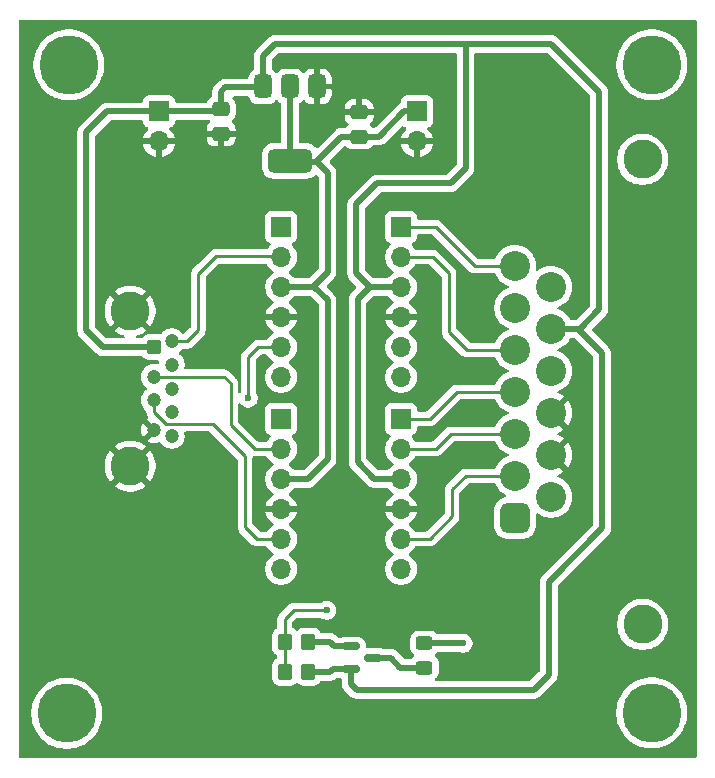
<source format=gtl>
G04 #@! TF.GenerationSoftware,KiCad,Pcbnew,9.0.5*
G04 #@! TF.CreationDate,2025-11-16T23:30:58+01:00*
G04 #@! TF.ProjectId,MiSTer_A8SIO,4d695354-6572-45f4-9138-53494f2e6b69,1.2*
G04 #@! TF.SameCoordinates,Original*
G04 #@! TF.FileFunction,Copper,L1,Top*
G04 #@! TF.FilePolarity,Positive*
%FSLAX46Y46*%
G04 Gerber Fmt 4.6, Leading zero omitted, Abs format (unit mm)*
G04 Created by KiCad (PCBNEW 9.0.5) date 2025-11-16 23:30:58*
%MOMM*%
%LPD*%
G01*
G04 APERTURE LIST*
G04 Aperture macros list*
%AMRoundRect*
0 Rectangle with rounded corners*
0 $1 Rounding radius*
0 $2 $3 $4 $5 $6 $7 $8 $9 X,Y pos of 4 corners*
0 Add a 4 corners polygon primitive as box body*
4,1,4,$2,$3,$4,$5,$6,$7,$8,$9,$2,$3,0*
0 Add four circle primitives for the rounded corners*
1,1,$1+$1,$2,$3*
1,1,$1+$1,$4,$5*
1,1,$1+$1,$6,$7*
1,1,$1+$1,$8,$9*
0 Add four rect primitives between the rounded corners*
20,1,$1+$1,$2,$3,$4,$5,0*
20,1,$1+$1,$4,$5,$6,$7,0*
20,1,$1+$1,$6,$7,$8,$9,0*
20,1,$1+$1,$8,$9,$2,$3,0*%
G04 Aperture macros list end*
G04 #@! TA.AperFunction,SMDPad,CuDef*
%ADD10RoundRect,0.250000X0.475000X-0.337500X0.475000X0.337500X-0.475000X0.337500X-0.475000X-0.337500X0*%
G04 #@! TD*
G04 #@! TA.AperFunction,SMDPad,CuDef*
%ADD11RoundRect,0.250000X0.350000X0.450000X-0.350000X0.450000X-0.350000X-0.450000X0.350000X-0.450000X0*%
G04 #@! TD*
G04 #@! TA.AperFunction,SMDPad,CuDef*
%ADD12RoundRect,0.375000X-0.375000X0.625000X-0.375000X-0.625000X0.375000X-0.625000X0.375000X0.625000X0*%
G04 #@! TD*
G04 #@! TA.AperFunction,SMDPad,CuDef*
%ADD13RoundRect,0.500000X-1.400000X0.500000X-1.400000X-0.500000X1.400000X-0.500000X1.400000X0.500000X0*%
G04 #@! TD*
G04 #@! TA.AperFunction,ComponentPad*
%ADD14R,1.700000X1.700000*%
G04 #@! TD*
G04 #@! TA.AperFunction,ComponentPad*
%ADD15O,1.700000X1.700000*%
G04 #@! TD*
G04 #@! TA.AperFunction,SMDPad,CuDef*
%ADD16RoundRect,0.250000X0.450000X-0.325000X0.450000X0.325000X-0.450000X0.325000X-0.450000X-0.325000X0*%
G04 #@! TD*
G04 #@! TA.AperFunction,ComponentPad*
%ADD17C,3.302000*%
G04 #@! TD*
G04 #@! TA.AperFunction,ComponentPad*
%ADD18RoundRect,0.635000X-0.635000X0.635000X-0.635000X-0.635000X0.635000X-0.635000X0.635000X0.635000X0*%
G04 #@! TD*
G04 #@! TA.AperFunction,ComponentPad*
%ADD19C,2.540000*%
G04 #@! TD*
G04 #@! TA.AperFunction,SMDPad,CuDef*
%ADD20RoundRect,0.250000X-0.350000X-0.450000X0.350000X-0.450000X0.350000X0.450000X-0.350000X0.450000X0*%
G04 #@! TD*
G04 #@! TA.AperFunction,SMDPad,CuDef*
%ADD21RoundRect,0.150000X-0.587500X-0.150000X0.587500X-0.150000X0.587500X0.150000X-0.587500X0.150000X0*%
G04 #@! TD*
G04 #@! TA.AperFunction,SMDPad,CuDef*
%ADD22RoundRect,0.250000X-0.475000X0.337500X-0.475000X-0.337500X0.475000X-0.337500X0.475000X0.337500X0*%
G04 #@! TD*
G04 #@! TA.AperFunction,ComponentPad*
%ADD23RoundRect,0.250000X-0.350000X0.350000X-0.350000X-0.350000X0.350000X-0.350000X0.350000X0.350000X0*%
G04 #@! TD*
G04 #@! TA.AperFunction,ComponentPad*
%ADD24C,1.200000*%
G04 #@! TD*
G04 #@! TA.AperFunction,ComponentPad*
%ADD25C,3.300000*%
G04 #@! TD*
G04 #@! TA.AperFunction,ViaPad*
%ADD26C,0.600000*%
G04 #@! TD*
G04 #@! TA.AperFunction,ViaPad*
%ADD27C,5.000000*%
G04 #@! TD*
G04 #@! TA.AperFunction,Conductor*
%ADD28C,0.250000*%
G04 #@! TD*
G04 #@! TA.AperFunction,Conductor*
%ADD29C,0.500000*%
G04 #@! TD*
G04 #@! TA.AperFunction,Conductor*
%ADD30C,0.200000*%
G04 #@! TD*
G04 APERTURE END LIST*
D10*
X158876000Y-56110000D03*
X158876000Y-54035000D03*
D11*
X154591500Y-98879900D03*
X152591500Y-98879900D03*
D12*
X155335000Y-51866000D03*
X153035000Y-51866000D03*
X150735000Y-51866000D03*
D13*
X153035000Y-58166000D03*
D14*
X162433000Y-63754000D03*
D15*
X162433000Y-66294000D03*
X162433000Y-68834000D03*
X162433000Y-71374000D03*
X162433000Y-73914000D03*
X162433000Y-76454000D03*
D14*
X152273000Y-63754000D03*
D15*
X152273000Y-66294000D03*
X152273000Y-68834000D03*
X152273000Y-71374000D03*
X152273000Y-73914000D03*
X152273000Y-76454000D03*
D14*
X162433000Y-80010000D03*
D15*
X162433000Y-82550000D03*
X162433000Y-85090000D03*
X162433000Y-87630000D03*
X162433000Y-90170000D03*
X162433000Y-92710000D03*
D16*
X164411900Y-101064300D03*
X164411900Y-99014300D03*
D17*
X182880000Y-58039000D03*
X182880000Y-97409000D03*
D18*
X172085000Y-88392000D03*
D19*
X175133000Y-86614000D03*
X172085000Y-84836000D03*
X175133000Y-83058000D03*
X172085000Y-81280000D03*
X175133000Y-79502000D03*
X172085000Y-77724000D03*
X175133000Y-75946000D03*
X172085000Y-74168000D03*
X175133000Y-72390000D03*
X172085000Y-70612000D03*
X175133000Y-68834000D03*
X172085000Y-67056000D03*
D20*
X152591500Y-101419900D03*
X154591500Y-101419900D03*
D14*
X163779200Y-53975000D03*
D15*
X163779200Y-56515000D03*
D21*
X158191200Y-99278400D03*
X158191200Y-101178400D03*
X160066200Y-100228400D03*
D22*
X147192000Y-53781000D03*
X147192000Y-55856000D03*
D23*
X141502000Y-73938000D03*
D24*
X141502000Y-76438000D03*
X141502000Y-78438000D03*
X141502000Y-80938000D03*
X143002000Y-81438000D03*
X143002000Y-79438000D03*
X143002000Y-77438000D03*
X143002000Y-75438000D03*
X143002000Y-73438000D03*
D25*
X139502000Y-70868000D03*
X139502000Y-84008000D03*
D14*
X141935200Y-53975000D03*
D15*
X141935200Y-56515000D03*
D14*
X152273000Y-80010000D03*
D15*
X152273000Y-82550000D03*
X152273000Y-85090000D03*
X152273000Y-87630000D03*
X152273000Y-90170000D03*
X152273000Y-92710000D03*
D26*
X149500000Y-78250000D03*
D27*
X134112000Y-104947806D03*
X183642000Y-104902000D03*
X134289800Y-50038000D03*
X183667400Y-50038000D03*
D26*
X139700000Y-66040000D03*
X172720000Y-62738000D03*
X172720000Y-107950000D03*
X162560000Y-107950000D03*
X151130000Y-107950000D03*
X139700000Y-107950000D03*
X154559000Y-88265000D03*
X130810000Y-55880000D03*
X151003000Y-46990000D03*
X185420000Y-66040000D03*
X185420000Y-81280000D03*
X185420000Y-88900000D03*
X130810000Y-73660000D03*
X168783000Y-70358000D03*
X158876000Y-52554000D03*
X172720000Y-94742000D03*
X165608000Y-74422000D03*
X185420000Y-73660000D03*
X164973000Y-86233000D03*
X139700000Y-97790000D03*
X130810000Y-63500000D03*
X130810000Y-81280000D03*
X147192000Y-57126000D03*
X162560000Y-46990000D03*
X172720000Y-56515000D03*
X130810000Y-97790000D03*
X154686000Y-72644000D03*
X168656000Y-79502000D03*
X156718000Y-51943000D03*
X139700000Y-90170000D03*
X139700000Y-46990000D03*
X130810000Y-90170000D03*
X172720000Y-46990000D03*
X167681100Y-99014300D03*
X156146500Y-96202500D03*
D28*
X146750000Y-66250000D02*
X152229000Y-66250000D01*
X145250000Y-67750000D02*
X146750000Y-66250000D01*
X152229000Y-66250000D02*
X152273000Y-66294000D01*
X145250000Y-72500000D02*
X145250000Y-67750000D01*
X144312000Y-73438000D02*
X145250000Y-72500000D01*
X143002000Y-73438000D02*
X144312000Y-73438000D01*
X150050000Y-82550000D02*
X152273000Y-82550000D01*
X148000000Y-77000000D02*
X148000000Y-80500000D01*
X147438000Y-76438000D02*
X148000000Y-77000000D01*
X141502000Y-76438000D02*
X147438000Y-76438000D01*
X148000000Y-80500000D02*
X150050000Y-82550000D01*
X150336000Y-73914000D02*
X152273000Y-73914000D01*
X149500000Y-78250000D02*
X149500000Y-74750000D01*
X149500000Y-74750000D02*
X150336000Y-73914000D01*
D29*
X147192000Y-55856000D02*
X147192000Y-57126000D01*
X158876000Y-53781000D02*
X158876000Y-52554000D01*
D28*
X149225000Y-83185000D02*
X149225000Y-89154000D01*
X149225000Y-89154000D02*
X150241000Y-90170000D01*
X146481800Y-80441800D02*
X149225000Y-83185000D01*
X150241000Y-90170000D02*
X152273000Y-90170000D01*
X142544800Y-80441800D02*
X146481800Y-80441800D01*
X141502000Y-79399000D02*
X142544800Y-80441800D01*
X141502000Y-78438000D02*
X141502000Y-79399000D01*
D29*
X158623000Y-61849000D02*
X160401000Y-60071000D01*
X159766000Y-68834000D02*
X158750000Y-69850000D01*
X158623000Y-67691000D02*
X158623000Y-61849000D01*
X159766000Y-68834000D02*
X158623000Y-67691000D01*
X166624000Y-60071000D02*
X167894000Y-58801000D01*
X160147000Y-85090000D02*
X162433000Y-85090000D01*
X135763000Y-55753000D02*
X137541000Y-53975000D01*
X179197000Y-62484000D02*
X179197000Y-59817000D01*
X158671500Y-102943900D02*
X173657500Y-102943900D01*
X157160000Y-101178400D02*
X158191200Y-101178400D01*
X137541000Y-53975000D02*
X141935200Y-53975000D01*
X174927500Y-93804500D02*
X175006000Y-93726000D01*
X150735000Y-51943000D02*
X147549000Y-51943000D01*
X141935200Y-53975000D02*
X146998000Y-53975000D01*
X179451000Y-74451000D02*
X177390000Y-72390000D01*
X175133000Y-48260000D02*
X179197000Y-52324000D01*
X179197000Y-52324000D02*
X179197000Y-59817000D01*
X156385500Y-101419900D02*
X156639500Y-101165900D01*
X147549000Y-51943000D02*
X147192000Y-52300000D01*
X158750000Y-69850000D02*
X158750000Y-83693000D01*
X157147500Y-101165900D02*
X157160000Y-101178400D01*
X154591500Y-101419900D02*
X156385500Y-101419900D01*
X179451000Y-89281000D02*
X179451000Y-74451000D01*
X146998000Y-53975000D02*
X147192000Y-53781000D01*
X177546000Y-72390000D02*
X179197000Y-70739000D01*
X141502000Y-73938000D02*
X137184000Y-73938000D01*
X158750000Y-83693000D02*
X160147000Y-85090000D01*
X167894000Y-58801000D02*
X167894000Y-48387000D01*
X156639500Y-101165900D02*
X157147500Y-101165900D01*
X151763000Y-48260000D02*
X175133000Y-48260000D01*
X147192000Y-52300000D02*
X147192000Y-53781000D01*
X174927500Y-101673900D02*
X174927500Y-93804500D01*
X175006000Y-93726000D02*
X179451000Y-89281000D01*
X173657500Y-102943900D02*
X174927500Y-101673900D01*
X137184000Y-73938000D02*
X135763000Y-72517000D01*
X177390000Y-72390000D02*
X177546000Y-72390000D01*
D30*
X150735000Y-50680000D02*
X150735000Y-51943000D01*
D29*
X158191200Y-102463600D02*
X158671500Y-102943900D01*
X150735000Y-51943000D02*
X150735000Y-49288000D01*
X150735000Y-49288000D02*
X151763000Y-48260000D01*
X135763000Y-72517000D02*
X135763000Y-55753000D01*
D30*
X150685000Y-50630000D02*
X150735000Y-50680000D01*
D29*
X158191200Y-101178400D02*
X158191200Y-102463600D01*
X179197000Y-70739000D02*
X179197000Y-62484000D01*
X167894000Y-48387000D02*
X167767000Y-48260000D01*
X159766000Y-68834000D02*
X162433000Y-68834000D01*
X177390000Y-72390000D02*
X175133000Y-72390000D01*
X160401000Y-60071000D02*
X166624000Y-60071000D01*
D28*
X166497000Y-72644000D02*
X168021000Y-74168000D01*
X166497000Y-67691000D02*
X166497000Y-72644000D01*
X162433000Y-66294000D02*
X165100000Y-66294000D01*
X165100000Y-66294000D02*
X166497000Y-67691000D01*
D30*
X172085000Y-74168000D02*
X172063000Y-74190000D01*
D28*
X168021000Y-74168000D02*
X172085000Y-74168000D01*
D29*
X167681100Y-99014300D02*
X164411900Y-99014300D01*
D28*
X165354000Y-82550000D02*
X166624000Y-81280000D01*
X162433000Y-82550000D02*
X165354000Y-82550000D01*
X166624000Y-81280000D02*
X172085000Y-81280000D01*
X168656000Y-67056000D02*
X172085000Y-67056000D01*
X165354000Y-63754000D02*
X168656000Y-67056000D01*
X162433000Y-63754000D02*
X165354000Y-63754000D01*
X167132000Y-77724000D02*
X172085000Y-77724000D01*
X162433000Y-80010000D02*
X164846000Y-80010000D01*
X164846000Y-80010000D02*
X167132000Y-77724000D01*
X167894000Y-84836000D02*
X172085000Y-84836000D01*
X166751000Y-85979000D02*
X167894000Y-84836000D01*
X162433000Y-90170000D02*
X164846000Y-90170000D01*
X166751000Y-88265000D02*
X166751000Y-85979000D01*
X164846000Y-90170000D02*
X166751000Y-88265000D01*
D29*
X156210000Y-67564000D02*
X156210000Y-59182000D01*
X153035000Y-53721000D02*
X153035000Y-58243000D01*
X154940000Y-68834000D02*
X156210000Y-67564000D01*
X152273000Y-68834000D02*
X154305000Y-68834000D01*
X163779200Y-53975000D02*
X162687000Y-53975000D01*
X155271000Y-58243000D02*
X153035000Y-58243000D01*
X157377000Y-56110000D02*
X155244000Y-58243000D01*
X156210000Y-69977000D02*
X156210000Y-83439000D01*
X158876000Y-56110000D02*
X157377000Y-56110000D01*
X154305000Y-68834000D02*
X155067000Y-68834000D01*
X153035000Y-53975000D02*
X153035000Y-53721000D01*
X162687000Y-53975000D02*
X160552000Y-56110000D01*
X160552000Y-56110000D02*
X160215000Y-56110000D01*
X155067000Y-68834000D02*
X156210000Y-69977000D01*
X156210000Y-59182000D02*
X155271000Y-58243000D01*
X156210000Y-83439000D02*
X154559000Y-85090000D01*
X154305000Y-68834000D02*
X154940000Y-68834000D01*
X160215000Y-56110000D02*
X158876000Y-56110000D01*
X155244000Y-58243000D02*
X153035000Y-58243000D01*
X154559000Y-85090000D02*
X152273000Y-85090000D01*
X153035000Y-53721000D02*
X153035000Y-51943000D01*
X160066200Y-100228400D02*
X161544000Y-100228400D01*
X161544000Y-100228400D02*
X162379900Y-101064300D01*
X162379900Y-101064300D02*
X164411900Y-101064300D01*
X156385500Y-98879900D02*
X156784000Y-99278400D01*
X154591500Y-98879900D02*
X156385500Y-98879900D01*
X156784000Y-99278400D02*
X158191200Y-99278400D01*
D28*
X156146500Y-96202500D02*
X153347900Y-96202500D01*
X152591500Y-96958900D02*
X152591500Y-101419900D01*
X153347900Y-96202500D02*
X152591500Y-96958900D01*
G04 #@! TA.AperFunction,Conductor*
G36*
X149988386Y-83175498D02*
G01*
X149988393Y-83175500D01*
X149988394Y-83175500D01*
X151000019Y-83175500D01*
X151067058Y-83195185D01*
X151110503Y-83243203D01*
X151117950Y-83257819D01*
X151242890Y-83429786D01*
X151393213Y-83580109D01*
X151565182Y-83705050D01*
X151573946Y-83709516D01*
X151624742Y-83757491D01*
X151641536Y-83825312D01*
X151618998Y-83891447D01*
X151573946Y-83930484D01*
X151565182Y-83934949D01*
X151393213Y-84059890D01*
X151242890Y-84210213D01*
X151117951Y-84382179D01*
X151021444Y-84571585D01*
X150955753Y-84773760D01*
X150928376Y-84946613D01*
X150922500Y-84983713D01*
X150922500Y-85196287D01*
X150955754Y-85406243D01*
X151013636Y-85584386D01*
X151021444Y-85608414D01*
X151117951Y-85797820D01*
X151242890Y-85969786D01*
X151393213Y-86120109D01*
X151565179Y-86245048D01*
X151565181Y-86245049D01*
X151565184Y-86245051D01*
X151574493Y-86249794D01*
X151625290Y-86297766D01*
X151642087Y-86365587D01*
X151619552Y-86431722D01*
X151574502Y-86470762D01*
X151565443Y-86475378D01*
X151393540Y-86600272D01*
X151393535Y-86600276D01*
X151243276Y-86750535D01*
X151243272Y-86750540D01*
X151118379Y-86922442D01*
X151021904Y-87111782D01*
X150956242Y-87313870D01*
X150956242Y-87313873D01*
X150945769Y-87380000D01*
X151839988Y-87380000D01*
X151807075Y-87437007D01*
X151773000Y-87564174D01*
X151773000Y-87695826D01*
X151807075Y-87822993D01*
X151839988Y-87880000D01*
X150945769Y-87880000D01*
X150956242Y-87946126D01*
X150956242Y-87946129D01*
X151021904Y-88148217D01*
X151118379Y-88337557D01*
X151243272Y-88509459D01*
X151243276Y-88509464D01*
X151393535Y-88659723D01*
X151393540Y-88659727D01*
X151565444Y-88784622D01*
X151574495Y-88789234D01*
X151625292Y-88837208D01*
X151642087Y-88905029D01*
X151619550Y-88971164D01*
X151574499Y-89010202D01*
X151565182Y-89014949D01*
X151393213Y-89139890D01*
X151242890Y-89290213D01*
X151117950Y-89462180D01*
X151110503Y-89476797D01*
X151062527Y-89527592D01*
X151000019Y-89544500D01*
X150551452Y-89544500D01*
X150484413Y-89524815D01*
X150463771Y-89508181D01*
X149886819Y-88931229D01*
X149853334Y-88869906D01*
X149850500Y-88843548D01*
X149850500Y-83298731D01*
X149870185Y-83231692D01*
X149922989Y-83185937D01*
X149982301Y-83176056D01*
X149982301Y-83175500D01*
X149985639Y-83175500D01*
X149986665Y-83175329D01*
X149988386Y-83175498D01*
G37*
G04 #@! TD.AperFunction*
G04 #@! TA.AperFunction,Conductor*
G36*
X170411900Y-81925185D02*
G01*
X170457655Y-81977989D01*
X170459422Y-81982047D01*
X170493676Y-82064745D01*
X170493685Y-82064762D01*
X170609720Y-82265743D01*
X170609721Y-82265745D01*
X170751009Y-82449875D01*
X170751015Y-82449882D01*
X170915117Y-82613984D01*
X170915124Y-82613990D01*
X171099254Y-82755278D01*
X171099256Y-82755279D01*
X171300237Y-82871314D01*
X171300240Y-82871315D01*
X171300248Y-82871320D01*
X171474358Y-82943439D01*
X171528761Y-82987280D01*
X171550826Y-83053574D01*
X171533547Y-83121273D01*
X171482410Y-83168884D01*
X171474361Y-83172559D01*
X171465920Y-83176056D01*
X171300254Y-83244677D01*
X171300237Y-83244685D01*
X171099256Y-83360720D01*
X171099254Y-83360721D01*
X170915124Y-83502009D01*
X170915117Y-83502015D01*
X170751015Y-83666117D01*
X170751009Y-83666124D01*
X170609721Y-83850254D01*
X170609720Y-83850256D01*
X170493685Y-84051237D01*
X170493676Y-84051254D01*
X170459422Y-84133953D01*
X170415581Y-84188356D01*
X170349287Y-84210421D01*
X170344861Y-84210500D01*
X167832389Y-84210500D01*
X167771971Y-84222518D01*
X167734259Y-84230019D01*
X167711550Y-84234536D01*
X167711548Y-84234537D01*
X167678207Y-84248347D01*
X167597718Y-84281685D01*
X167597715Y-84281687D01*
X167557459Y-84308586D01*
X167557456Y-84308588D01*
X167551062Y-84312861D01*
X167495267Y-84350142D01*
X167408142Y-84437267D01*
X167408139Y-84437270D01*
X167404964Y-84440444D01*
X167404957Y-84440451D01*
X166861696Y-84983713D01*
X166352270Y-85493139D01*
X166352267Y-85493142D01*
X166311420Y-85533989D01*
X166265140Y-85580268D01*
X166246336Y-85608412D01*
X166238091Y-85620752D01*
X166233077Y-85628256D01*
X166196687Y-85682715D01*
X166196685Y-85682718D01*
X166149540Y-85796538D01*
X166149535Y-85796554D01*
X166125819Y-85915788D01*
X166125816Y-85915804D01*
X166125500Y-85917391D01*
X166125500Y-87954548D01*
X166105815Y-88021587D01*
X166089181Y-88042229D01*
X164623229Y-89508181D01*
X164561906Y-89541666D01*
X164535548Y-89544500D01*
X163705981Y-89544500D01*
X163638942Y-89524815D01*
X163595497Y-89476797D01*
X163588049Y-89462180D01*
X163463109Y-89290213D01*
X163312786Y-89139890D01*
X163140817Y-89014949D01*
X163131504Y-89010204D01*
X163080707Y-88962230D01*
X163063912Y-88894409D01*
X163086449Y-88828274D01*
X163131507Y-88789232D01*
X163140558Y-88784620D01*
X163312459Y-88659727D01*
X163312464Y-88659723D01*
X163462723Y-88509464D01*
X163462727Y-88509459D01*
X163587620Y-88337557D01*
X163684095Y-88148217D01*
X163749757Y-87946129D01*
X163749757Y-87946126D01*
X163760231Y-87880000D01*
X162866012Y-87880000D01*
X162898925Y-87822993D01*
X162933000Y-87695826D01*
X162933000Y-87564174D01*
X162898925Y-87437007D01*
X162866012Y-87380000D01*
X163760231Y-87380000D01*
X163749757Y-87313873D01*
X163749757Y-87313870D01*
X163684095Y-87111782D01*
X163587620Y-86922442D01*
X163462727Y-86750540D01*
X163462723Y-86750535D01*
X163312464Y-86600276D01*
X163312459Y-86600272D01*
X163140555Y-86475377D01*
X163131500Y-86470763D01*
X163080706Y-86422788D01*
X163063912Y-86354966D01*
X163086451Y-86288832D01*
X163131508Y-86249793D01*
X163140816Y-86245051D01*
X163220007Y-86187515D01*
X163312786Y-86120109D01*
X163312788Y-86120106D01*
X163312792Y-86120104D01*
X163463104Y-85969792D01*
X163463106Y-85969788D01*
X163463109Y-85969786D01*
X163588048Y-85797820D01*
X163588047Y-85797820D01*
X163588051Y-85797816D01*
X163684557Y-85608412D01*
X163750246Y-85406243D01*
X163783500Y-85196287D01*
X163783500Y-84983713D01*
X163750246Y-84773757D01*
X163684557Y-84571588D01*
X163588051Y-84382184D01*
X163588049Y-84382181D01*
X163588048Y-84382179D01*
X163463109Y-84210213D01*
X163312786Y-84059890D01*
X163140820Y-83934951D01*
X163140115Y-83934591D01*
X163132054Y-83930485D01*
X163081259Y-83882512D01*
X163064463Y-83814692D01*
X163086999Y-83748556D01*
X163132054Y-83709515D01*
X163140816Y-83705051D01*
X163194396Y-83666123D01*
X163312786Y-83580109D01*
X163312788Y-83580106D01*
X163312792Y-83580104D01*
X163463104Y-83429792D01*
X163463106Y-83429788D01*
X163463109Y-83429786D01*
X163588049Y-83257819D01*
X163595497Y-83243203D01*
X163643473Y-83192408D01*
X163705981Y-83175500D01*
X165415607Y-83175500D01*
X165476029Y-83163481D01*
X165536452Y-83151463D01*
X165569792Y-83137652D01*
X165650286Y-83104312D01*
X165701509Y-83070084D01*
X165704009Y-83068414D01*
X165724038Y-83055031D01*
X165752733Y-83035858D01*
X165839858Y-82948733D01*
X165839859Y-82948731D01*
X165846925Y-82941665D01*
X165846927Y-82941661D01*
X166846771Y-81941819D01*
X166908094Y-81908334D01*
X166934452Y-81905500D01*
X170344861Y-81905500D01*
X170411900Y-81925185D01*
G37*
G04 #@! TD.AperFunction*
G04 #@! TA.AperFunction,Conductor*
G36*
X154771809Y-69604185D02*
G01*
X154792451Y-69620819D01*
X155423181Y-70251548D01*
X155456666Y-70312871D01*
X155459500Y-70339229D01*
X155459500Y-83076770D01*
X155439815Y-83143809D01*
X155423181Y-83164451D01*
X154284451Y-84303181D01*
X154223128Y-84336666D01*
X154196770Y-84339500D01*
X153460221Y-84339500D01*
X153393182Y-84319815D01*
X153359903Y-84288385D01*
X153303107Y-84210211D01*
X153152786Y-84059890D01*
X152980820Y-83934951D01*
X152980115Y-83934591D01*
X152972054Y-83930485D01*
X152921259Y-83882512D01*
X152904463Y-83814692D01*
X152926999Y-83748556D01*
X152972054Y-83709515D01*
X152980816Y-83705051D01*
X153034396Y-83666123D01*
X153152786Y-83580109D01*
X153152788Y-83580106D01*
X153152792Y-83580104D01*
X153303104Y-83429792D01*
X153303106Y-83429788D01*
X153303109Y-83429786D01*
X153428048Y-83257820D01*
X153428049Y-83257819D01*
X153428051Y-83257816D01*
X153524557Y-83068412D01*
X153590246Y-82866243D01*
X153623500Y-82656287D01*
X153623500Y-82443713D01*
X153590246Y-82233757D01*
X153524557Y-82031588D01*
X153428051Y-81842184D01*
X153428049Y-81842181D01*
X153428048Y-81842179D01*
X153303109Y-81670213D01*
X153189569Y-81556673D01*
X153156084Y-81495350D01*
X153161068Y-81425658D01*
X153202940Y-81369725D01*
X153233915Y-81352810D01*
X153365331Y-81303796D01*
X153480546Y-81217546D01*
X153566796Y-81102331D01*
X153617091Y-80967483D01*
X153623500Y-80907873D01*
X153623499Y-79112128D01*
X153617091Y-79052517D01*
X153616338Y-79050499D01*
X153566797Y-78917671D01*
X153566793Y-78917664D01*
X153480547Y-78802455D01*
X153480544Y-78802452D01*
X153365335Y-78716206D01*
X153365328Y-78716202D01*
X153230482Y-78665908D01*
X153230483Y-78665908D01*
X153170883Y-78659501D01*
X153170881Y-78659500D01*
X153170873Y-78659500D01*
X153170864Y-78659500D01*
X151375129Y-78659500D01*
X151375123Y-78659501D01*
X151315516Y-78665908D01*
X151180671Y-78716202D01*
X151180664Y-78716206D01*
X151065455Y-78802452D01*
X151065452Y-78802455D01*
X150979206Y-78917664D01*
X150979202Y-78917671D01*
X150928908Y-79052517D01*
X150923471Y-79103096D01*
X150922501Y-79112123D01*
X150922500Y-79112135D01*
X150922500Y-80907870D01*
X150922501Y-80907876D01*
X150928908Y-80967483D01*
X150979202Y-81102328D01*
X150979206Y-81102335D01*
X151065452Y-81217544D01*
X151065455Y-81217547D01*
X151180664Y-81303793D01*
X151180671Y-81303797D01*
X151312082Y-81352810D01*
X151368016Y-81394681D01*
X151392433Y-81460145D01*
X151377582Y-81528418D01*
X151356431Y-81556673D01*
X151242889Y-81670215D01*
X151117950Y-81842180D01*
X151110503Y-81856797D01*
X151062527Y-81907592D01*
X151000019Y-81924500D01*
X150360452Y-81924500D01*
X150293413Y-81904815D01*
X150272771Y-81888181D01*
X148661819Y-80277229D01*
X148628334Y-80215906D01*
X148625500Y-80189548D01*
X148625500Y-78790854D01*
X148645185Y-78723815D01*
X148697989Y-78678060D01*
X148767147Y-78668116D01*
X148830703Y-78697141D01*
X148852602Y-78721963D01*
X148878210Y-78760288D01*
X148878213Y-78760292D01*
X148989707Y-78871786D01*
X148989711Y-78871789D01*
X149120814Y-78959390D01*
X149120827Y-78959397D01*
X149258092Y-79016253D01*
X149266503Y-79019737D01*
X149421153Y-79050499D01*
X149421156Y-79050500D01*
X149421158Y-79050500D01*
X149578844Y-79050500D01*
X149578845Y-79050499D01*
X149733497Y-79019737D01*
X149879179Y-78959394D01*
X150010289Y-78871789D01*
X150121789Y-78760289D01*
X150209394Y-78629179D01*
X150269737Y-78483497D01*
X150300500Y-78328842D01*
X150300500Y-78171158D01*
X150300500Y-78171155D01*
X150300499Y-78171153D01*
X150269738Y-78016510D01*
X150269737Y-78016503D01*
X150209394Y-77870821D01*
X150146397Y-77776539D01*
X150125520Y-77709863D01*
X150125500Y-77707650D01*
X150125500Y-75060452D01*
X150145185Y-74993413D01*
X150161819Y-74972771D01*
X150558772Y-74575819D01*
X150620095Y-74542334D01*
X150646453Y-74539500D01*
X151000019Y-74539500D01*
X151067058Y-74559185D01*
X151110503Y-74607203D01*
X151117950Y-74621819D01*
X151242890Y-74793786D01*
X151393213Y-74944109D01*
X151565182Y-75069050D01*
X151573946Y-75073516D01*
X151624742Y-75121491D01*
X151641536Y-75189312D01*
X151618998Y-75255447D01*
X151573946Y-75294484D01*
X151565182Y-75298949D01*
X151393213Y-75423890D01*
X151242890Y-75574213D01*
X151117951Y-75746179D01*
X151021444Y-75935585D01*
X150955753Y-76137760D01*
X150922500Y-76347713D01*
X150922500Y-76560286D01*
X150950687Y-76738256D01*
X150955754Y-76770243D01*
X151010669Y-76939254D01*
X151021444Y-76972414D01*
X151117951Y-77161820D01*
X151242890Y-77333786D01*
X151393213Y-77484109D01*
X151565179Y-77609048D01*
X151565181Y-77609049D01*
X151565184Y-77609051D01*
X151754588Y-77705557D01*
X151956757Y-77771246D01*
X152166713Y-77804500D01*
X152166714Y-77804500D01*
X152379286Y-77804500D01*
X152379287Y-77804500D01*
X152589243Y-77771246D01*
X152791412Y-77705557D01*
X152980816Y-77609051D01*
X153078174Y-77538317D01*
X153152786Y-77484109D01*
X153152788Y-77484106D01*
X153152792Y-77484104D01*
X153303104Y-77333792D01*
X153303106Y-77333788D01*
X153303109Y-77333786D01*
X153428048Y-77161820D01*
X153428047Y-77161820D01*
X153428051Y-77161816D01*
X153524557Y-76972412D01*
X153590246Y-76770243D01*
X153623500Y-76560287D01*
X153623500Y-76347713D01*
X153590246Y-76137757D01*
X153524557Y-75935588D01*
X153428051Y-75746184D01*
X153428049Y-75746181D01*
X153428048Y-75746179D01*
X153303109Y-75574213D01*
X153152786Y-75423890D01*
X152980820Y-75298951D01*
X152980115Y-75298591D01*
X152972054Y-75294485D01*
X152921259Y-75246512D01*
X152904463Y-75178692D01*
X152926999Y-75112556D01*
X152972054Y-75073515D01*
X152980816Y-75069051D01*
X153022868Y-75038499D01*
X153152786Y-74944109D01*
X153152788Y-74944106D01*
X153152792Y-74944104D01*
X153303104Y-74793792D01*
X153303106Y-74793788D01*
X153303109Y-74793786D01*
X153428048Y-74621820D01*
X153428049Y-74621819D01*
X153428051Y-74621816D01*
X153524557Y-74432412D01*
X153590246Y-74230243D01*
X153623500Y-74020287D01*
X153623500Y-73807713D01*
X153590246Y-73597757D01*
X153524557Y-73395588D01*
X153428051Y-73206184D01*
X153428049Y-73206181D01*
X153428048Y-73206179D01*
X153303109Y-73034213D01*
X153152786Y-72883890D01*
X152980817Y-72758949D01*
X152971504Y-72754204D01*
X152920707Y-72706230D01*
X152903912Y-72638409D01*
X152926449Y-72572274D01*
X152971507Y-72533232D01*
X152980558Y-72528620D01*
X153152459Y-72403727D01*
X153152464Y-72403723D01*
X153302723Y-72253464D01*
X153302727Y-72253459D01*
X153427620Y-72081557D01*
X153524095Y-71892217D01*
X153589757Y-71690129D01*
X153589757Y-71690126D01*
X153600231Y-71624000D01*
X152706012Y-71624000D01*
X152738925Y-71566993D01*
X152773000Y-71439826D01*
X152773000Y-71308174D01*
X152738925Y-71181007D01*
X152706012Y-71124000D01*
X153600231Y-71124000D01*
X153589757Y-71057873D01*
X153589757Y-71057870D01*
X153524095Y-70855782D01*
X153427620Y-70666442D01*
X153302727Y-70494540D01*
X153302723Y-70494535D01*
X153152464Y-70344276D01*
X153152459Y-70344272D01*
X152980555Y-70219377D01*
X152971500Y-70214763D01*
X152920706Y-70166788D01*
X152903912Y-70098966D01*
X152926451Y-70032832D01*
X152971508Y-69993793D01*
X152980816Y-69989051D01*
X153060007Y-69931515D01*
X153152786Y-69864109D01*
X153152788Y-69864106D01*
X153152792Y-69864104D01*
X153303104Y-69713792D01*
X153303108Y-69713786D01*
X153359903Y-69635615D01*
X153415233Y-69592949D01*
X153460221Y-69584500D01*
X154231082Y-69584500D01*
X154704770Y-69584500D01*
X154771809Y-69604185D01*
G37*
G04 #@! TD.AperFunction*
G04 #@! TA.AperFunction,Conductor*
G36*
X164856587Y-66939185D02*
G01*
X164877229Y-66955819D01*
X165835181Y-67913771D01*
X165868666Y-67975094D01*
X165871500Y-68001452D01*
X165871500Y-72705606D01*
X165892762Y-72812500D01*
X165895538Y-72826455D01*
X165895539Y-72826459D01*
X165898471Y-72833538D01*
X165898479Y-72833554D01*
X165900114Y-72837501D01*
X165942688Y-72940286D01*
X165973139Y-72985858D01*
X165977531Y-72992431D01*
X165977533Y-72992435D01*
X166011140Y-73042731D01*
X166011141Y-73042732D01*
X166011142Y-73042733D01*
X166098267Y-73129858D01*
X166098268Y-73129858D01*
X166105335Y-73136925D01*
X166105334Y-73136925D01*
X166105337Y-73136927D01*
X167535141Y-74566732D01*
X167535142Y-74566733D01*
X167622267Y-74653858D01*
X167678062Y-74691139D01*
X167724714Y-74722311D01*
X167838548Y-74769463D01*
X167959388Y-74793499D01*
X167959392Y-74793500D01*
X167959393Y-74793500D01*
X167959394Y-74793500D01*
X170344861Y-74793500D01*
X170411900Y-74813185D01*
X170457655Y-74865989D01*
X170459422Y-74870047D01*
X170493676Y-74952745D01*
X170493685Y-74952762D01*
X170609720Y-75153743D01*
X170609721Y-75153745D01*
X170751009Y-75337875D01*
X170751015Y-75337882D01*
X170915117Y-75501984D01*
X170915124Y-75501990D01*
X171099254Y-75643278D01*
X171099256Y-75643279D01*
X171300237Y-75759314D01*
X171300240Y-75759315D01*
X171300248Y-75759320D01*
X171470756Y-75829947D01*
X171474358Y-75831439D01*
X171528761Y-75875280D01*
X171550826Y-75941574D01*
X171533547Y-76009273D01*
X171482410Y-76056884D01*
X171474358Y-76060561D01*
X171300254Y-76132677D01*
X171300237Y-76132685D01*
X171099256Y-76248720D01*
X171099254Y-76248721D01*
X170915124Y-76390009D01*
X170915117Y-76390015D01*
X170751015Y-76554117D01*
X170751009Y-76554124D01*
X170609721Y-76738254D01*
X170609720Y-76738256D01*
X170493685Y-76939237D01*
X170493676Y-76939254D01*
X170459422Y-77021953D01*
X170415581Y-77076356D01*
X170349287Y-77098421D01*
X170344861Y-77098500D01*
X167070389Y-77098500D01*
X167009971Y-77110518D01*
X166966743Y-77119116D01*
X166949546Y-77122537D01*
X166835716Y-77169687D01*
X166835707Y-77169692D01*
X166733268Y-77238140D01*
X166693998Y-77277411D01*
X166646142Y-77325267D01*
X166646139Y-77325270D01*
X165619076Y-78352334D01*
X164623229Y-79348181D01*
X164561906Y-79381666D01*
X164535548Y-79384500D01*
X163907499Y-79384500D01*
X163840460Y-79364815D01*
X163794705Y-79312011D01*
X163783499Y-79260500D01*
X163783499Y-79112129D01*
X163783498Y-79112123D01*
X163783497Y-79112116D01*
X163777091Y-79052517D01*
X163776338Y-79050499D01*
X163726797Y-78917671D01*
X163726793Y-78917664D01*
X163640547Y-78802455D01*
X163640544Y-78802452D01*
X163525335Y-78716206D01*
X163525328Y-78716202D01*
X163390482Y-78665908D01*
X163390483Y-78665908D01*
X163330883Y-78659501D01*
X163330881Y-78659500D01*
X163330873Y-78659500D01*
X163330864Y-78659500D01*
X161535129Y-78659500D01*
X161535123Y-78659501D01*
X161475516Y-78665908D01*
X161340671Y-78716202D01*
X161340664Y-78716206D01*
X161225455Y-78802452D01*
X161225452Y-78802455D01*
X161139206Y-78917664D01*
X161139202Y-78917671D01*
X161088908Y-79052517D01*
X161083471Y-79103096D01*
X161082501Y-79112123D01*
X161082500Y-79112135D01*
X161082500Y-80907870D01*
X161082501Y-80907876D01*
X161088908Y-80967483D01*
X161139202Y-81102328D01*
X161139206Y-81102335D01*
X161225452Y-81217544D01*
X161225455Y-81217547D01*
X161340664Y-81303793D01*
X161340671Y-81303797D01*
X161472082Y-81352810D01*
X161528016Y-81394681D01*
X161552433Y-81460145D01*
X161537582Y-81528418D01*
X161516431Y-81556673D01*
X161402889Y-81670215D01*
X161277951Y-81842179D01*
X161181444Y-82031585D01*
X161115753Y-82233760D01*
X161082500Y-82443713D01*
X161082500Y-82656286D01*
X161110921Y-82835733D01*
X161115754Y-82866243D01*
X161178060Y-83058001D01*
X161181444Y-83068414D01*
X161277951Y-83257820D01*
X161402890Y-83429786D01*
X161553213Y-83580109D01*
X161725182Y-83705050D01*
X161733946Y-83709516D01*
X161784742Y-83757491D01*
X161801536Y-83825312D01*
X161778998Y-83891447D01*
X161733946Y-83930484D01*
X161725182Y-83934949D01*
X161553213Y-84059890D01*
X161402892Y-84210211D01*
X161346097Y-84288385D01*
X161290767Y-84331051D01*
X161245779Y-84339500D01*
X160509229Y-84339500D01*
X160442190Y-84319815D01*
X160421548Y-84303181D01*
X159536819Y-83418451D01*
X159503334Y-83357128D01*
X159500500Y-83330770D01*
X159500500Y-70212230D01*
X159520185Y-70145191D01*
X159536819Y-70124549D01*
X160040549Y-69620819D01*
X160101872Y-69587334D01*
X160128230Y-69584500D01*
X161245779Y-69584500D01*
X161312818Y-69604185D01*
X161346097Y-69635615D01*
X161402892Y-69713788D01*
X161553213Y-69864109D01*
X161725179Y-69989048D01*
X161725181Y-69989049D01*
X161725184Y-69989051D01*
X161734493Y-69993794D01*
X161785290Y-70041766D01*
X161802087Y-70109587D01*
X161779552Y-70175722D01*
X161734502Y-70214762D01*
X161725443Y-70219378D01*
X161553540Y-70344272D01*
X161553535Y-70344276D01*
X161403276Y-70494535D01*
X161403272Y-70494540D01*
X161278379Y-70666442D01*
X161181904Y-70855782D01*
X161116242Y-71057870D01*
X161116242Y-71057873D01*
X161105769Y-71124000D01*
X161999988Y-71124000D01*
X161967075Y-71181007D01*
X161933000Y-71308174D01*
X161933000Y-71439826D01*
X161967075Y-71566993D01*
X161999988Y-71624000D01*
X161105769Y-71624000D01*
X161116242Y-71690126D01*
X161116242Y-71690129D01*
X161181904Y-71892217D01*
X161278379Y-72081557D01*
X161403272Y-72253459D01*
X161403276Y-72253464D01*
X161553535Y-72403723D01*
X161553540Y-72403727D01*
X161725444Y-72528622D01*
X161734495Y-72533234D01*
X161785292Y-72581208D01*
X161802087Y-72649029D01*
X161779550Y-72715164D01*
X161734499Y-72754202D01*
X161725182Y-72758949D01*
X161553213Y-72883890D01*
X161402890Y-73034213D01*
X161277951Y-73206179D01*
X161181444Y-73395585D01*
X161115753Y-73597760D01*
X161087283Y-73777512D01*
X161082500Y-73807713D01*
X161082500Y-74020287D01*
X161094414Y-74095511D01*
X161111881Y-74205794D01*
X161115754Y-74230243D01*
X161176245Y-74416415D01*
X161181444Y-74432414D01*
X161277951Y-74621820D01*
X161402890Y-74793786D01*
X161553213Y-74944109D01*
X161725182Y-75069050D01*
X161733946Y-75073516D01*
X161784742Y-75121491D01*
X161801536Y-75189312D01*
X161778998Y-75255447D01*
X161733946Y-75294484D01*
X161725182Y-75298949D01*
X161553213Y-75423890D01*
X161402890Y-75574213D01*
X161277951Y-75746179D01*
X161181444Y-75935585D01*
X161115753Y-76137760D01*
X161082500Y-76347713D01*
X161082500Y-76560286D01*
X161110687Y-76738256D01*
X161115754Y-76770243D01*
X161170669Y-76939254D01*
X161181444Y-76972414D01*
X161277951Y-77161820D01*
X161402890Y-77333786D01*
X161553213Y-77484109D01*
X161725179Y-77609048D01*
X161725181Y-77609049D01*
X161725184Y-77609051D01*
X161914588Y-77705557D01*
X162116757Y-77771246D01*
X162326713Y-77804500D01*
X162326714Y-77804500D01*
X162539286Y-77804500D01*
X162539287Y-77804500D01*
X162749243Y-77771246D01*
X162951412Y-77705557D01*
X163140816Y-77609051D01*
X163238174Y-77538317D01*
X163312786Y-77484109D01*
X163312788Y-77484106D01*
X163312792Y-77484104D01*
X163463104Y-77333792D01*
X163463106Y-77333788D01*
X163463109Y-77333786D01*
X163588048Y-77161820D01*
X163588047Y-77161820D01*
X163588051Y-77161816D01*
X163684557Y-76972412D01*
X163750246Y-76770243D01*
X163783500Y-76560287D01*
X163783500Y-76347713D01*
X163750246Y-76137757D01*
X163684557Y-75935588D01*
X163588051Y-75746184D01*
X163588049Y-75746181D01*
X163588048Y-75746179D01*
X163463109Y-75574213D01*
X163312786Y-75423890D01*
X163140820Y-75298951D01*
X163140115Y-75298591D01*
X163132054Y-75294485D01*
X163081259Y-75246512D01*
X163064463Y-75178692D01*
X163086999Y-75112556D01*
X163132054Y-75073515D01*
X163140816Y-75069051D01*
X163182868Y-75038499D01*
X163312786Y-74944109D01*
X163312788Y-74944106D01*
X163312792Y-74944104D01*
X163463104Y-74793792D01*
X163463106Y-74793788D01*
X163463109Y-74793786D01*
X163588048Y-74621820D01*
X163588049Y-74621819D01*
X163588051Y-74621816D01*
X163684557Y-74432412D01*
X163750246Y-74230243D01*
X163783500Y-74020287D01*
X163783500Y-73807713D01*
X163750246Y-73597757D01*
X163684557Y-73395588D01*
X163588051Y-73206184D01*
X163588049Y-73206181D01*
X163588048Y-73206179D01*
X163463109Y-73034213D01*
X163312786Y-72883890D01*
X163140817Y-72758949D01*
X163131504Y-72754204D01*
X163080707Y-72706230D01*
X163063912Y-72638409D01*
X163086449Y-72572274D01*
X163131507Y-72533232D01*
X163140558Y-72528620D01*
X163312459Y-72403727D01*
X163312464Y-72403723D01*
X163462723Y-72253464D01*
X163462727Y-72253459D01*
X163587620Y-72081557D01*
X163684095Y-71892217D01*
X163749757Y-71690129D01*
X163749757Y-71690126D01*
X163760231Y-71624000D01*
X162866012Y-71624000D01*
X162898925Y-71566993D01*
X162933000Y-71439826D01*
X162933000Y-71308174D01*
X162898925Y-71181007D01*
X162866012Y-71124000D01*
X163760231Y-71124000D01*
X163749757Y-71057873D01*
X163749757Y-71057870D01*
X163684095Y-70855782D01*
X163587620Y-70666442D01*
X163462727Y-70494540D01*
X163462723Y-70494535D01*
X163312464Y-70344276D01*
X163312459Y-70344272D01*
X163140555Y-70219377D01*
X163131500Y-70214763D01*
X163080706Y-70166788D01*
X163063912Y-70098966D01*
X163086451Y-70032832D01*
X163131508Y-69993793D01*
X163140816Y-69989051D01*
X163220007Y-69931515D01*
X163312786Y-69864109D01*
X163312788Y-69864106D01*
X163312792Y-69864104D01*
X163463104Y-69713792D01*
X163463106Y-69713788D01*
X163463109Y-69713786D01*
X163588048Y-69541820D01*
X163588047Y-69541820D01*
X163588051Y-69541816D01*
X163684557Y-69352412D01*
X163750246Y-69150243D01*
X163783500Y-68940287D01*
X163783500Y-68727713D01*
X163750246Y-68517757D01*
X163684557Y-68315588D01*
X163588051Y-68126184D01*
X163588049Y-68126181D01*
X163588048Y-68126179D01*
X163463109Y-67954213D01*
X163312786Y-67803890D01*
X163140820Y-67678951D01*
X163140115Y-67678591D01*
X163132054Y-67674485D01*
X163081259Y-67626512D01*
X163064463Y-67558692D01*
X163086999Y-67492556D01*
X163132054Y-67453515D01*
X163140816Y-67449051D01*
X163162789Y-67433086D01*
X163312786Y-67324109D01*
X163312788Y-67324106D01*
X163312792Y-67324104D01*
X163463104Y-67173792D01*
X163463106Y-67173788D01*
X163463109Y-67173786D01*
X163588049Y-67001819D01*
X163595497Y-66987203D01*
X163643473Y-66936408D01*
X163705981Y-66919500D01*
X164789548Y-66919500D01*
X164856587Y-66939185D01*
G37*
G04 #@! TD.AperFunction*
G04 #@! TA.AperFunction,Conductor*
G36*
X170411900Y-78369185D02*
G01*
X170457655Y-78421989D01*
X170459422Y-78426047D01*
X170493676Y-78508745D01*
X170493685Y-78508762D01*
X170609720Y-78709743D01*
X170609721Y-78709745D01*
X170751009Y-78893875D01*
X170751015Y-78893882D01*
X170915117Y-79057984D01*
X170915124Y-79057990D01*
X171099254Y-79199278D01*
X171099256Y-79199279D01*
X171300237Y-79315314D01*
X171300240Y-79315315D01*
X171300248Y-79315320D01*
X171470828Y-79385977D01*
X171474358Y-79387439D01*
X171528761Y-79431280D01*
X171550826Y-79497574D01*
X171533547Y-79565273D01*
X171482410Y-79612884D01*
X171474358Y-79616561D01*
X171300254Y-79688677D01*
X171300237Y-79688685D01*
X171099256Y-79804720D01*
X171099254Y-79804721D01*
X170915124Y-79946009D01*
X170915117Y-79946015D01*
X170751015Y-80110117D01*
X170751009Y-80110124D01*
X170609721Y-80294254D01*
X170609720Y-80294256D01*
X170493685Y-80495237D01*
X170493676Y-80495254D01*
X170459422Y-80577953D01*
X170415581Y-80632356D01*
X170349287Y-80654421D01*
X170344861Y-80654500D01*
X166562389Y-80654500D01*
X166501971Y-80666518D01*
X166458743Y-80675116D01*
X166441546Y-80678537D01*
X166327716Y-80725687D01*
X166327707Y-80725692D01*
X166225268Y-80794140D01*
X166181705Y-80837703D01*
X166138142Y-80881267D01*
X166138139Y-80881270D01*
X165623358Y-81396052D01*
X165131229Y-81888181D01*
X165069906Y-81921666D01*
X165043548Y-81924500D01*
X163705981Y-81924500D01*
X163638942Y-81904815D01*
X163595497Y-81856797D01*
X163588049Y-81842180D01*
X163463109Y-81670213D01*
X163349569Y-81556673D01*
X163316084Y-81495350D01*
X163321068Y-81425658D01*
X163362940Y-81369725D01*
X163393915Y-81352810D01*
X163525331Y-81303796D01*
X163640546Y-81217546D01*
X163726796Y-81102331D01*
X163777091Y-80967483D01*
X163783500Y-80907873D01*
X163783500Y-80759500D01*
X163803185Y-80692461D01*
X163855989Y-80646706D01*
X163907500Y-80635500D01*
X164907608Y-80635500D01*
X164907608Y-80635499D01*
X164984607Y-80620184D01*
X165028452Y-80611463D01*
X165061792Y-80597652D01*
X165142286Y-80564312D01*
X165193509Y-80530084D01*
X165244733Y-80495858D01*
X165331858Y-80408733D01*
X165331859Y-80408731D01*
X165338925Y-80401665D01*
X165338927Y-80401661D01*
X167354771Y-78385819D01*
X167416094Y-78352334D01*
X167442452Y-78349500D01*
X170344861Y-78349500D01*
X170411900Y-78369185D01*
G37*
G04 #@! TD.AperFunction*
G04 #@! TA.AperFunction,Conductor*
G36*
X151044639Y-66895185D02*
G01*
X151088085Y-66943205D01*
X151110503Y-66987203D01*
X151117951Y-67001819D01*
X151242890Y-67173786D01*
X151393213Y-67324109D01*
X151565182Y-67449050D01*
X151573946Y-67453516D01*
X151624742Y-67501491D01*
X151641536Y-67569312D01*
X151618998Y-67635447D01*
X151573946Y-67674484D01*
X151565182Y-67678949D01*
X151393213Y-67803890D01*
X151242890Y-67954213D01*
X151117951Y-68126179D01*
X151021444Y-68315585D01*
X150955753Y-68517760D01*
X150935234Y-68647314D01*
X150922500Y-68727713D01*
X150922500Y-68940287D01*
X150924046Y-68950045D01*
X150953612Y-69136724D01*
X150955754Y-69150243D01*
X150988200Y-69250102D01*
X151021444Y-69352414D01*
X151117951Y-69541820D01*
X151242890Y-69713786D01*
X151393213Y-69864109D01*
X151565179Y-69989048D01*
X151565181Y-69989049D01*
X151565184Y-69989051D01*
X151574493Y-69993794D01*
X151625290Y-70041766D01*
X151642087Y-70109587D01*
X151619552Y-70175722D01*
X151574502Y-70214762D01*
X151565443Y-70219378D01*
X151393540Y-70344272D01*
X151393535Y-70344276D01*
X151243276Y-70494535D01*
X151243272Y-70494540D01*
X151118379Y-70666442D01*
X151021904Y-70855782D01*
X150956242Y-71057870D01*
X150956242Y-71057873D01*
X150945769Y-71124000D01*
X151839988Y-71124000D01*
X151807075Y-71181007D01*
X151773000Y-71308174D01*
X151773000Y-71439826D01*
X151807075Y-71566993D01*
X151839988Y-71624000D01*
X150945769Y-71624000D01*
X150956242Y-71690126D01*
X150956242Y-71690129D01*
X151021904Y-71892217D01*
X151118379Y-72081557D01*
X151243272Y-72253459D01*
X151243276Y-72253464D01*
X151393535Y-72403723D01*
X151393540Y-72403727D01*
X151565444Y-72528622D01*
X151574495Y-72533234D01*
X151625292Y-72581208D01*
X151642087Y-72649029D01*
X151619550Y-72715164D01*
X151574499Y-72754202D01*
X151565182Y-72758949D01*
X151393213Y-72883890D01*
X151242890Y-73034213D01*
X151117950Y-73206180D01*
X151110503Y-73220797D01*
X151062527Y-73271592D01*
X151000019Y-73288500D01*
X150403741Y-73288500D01*
X150403721Y-73288499D01*
X150397607Y-73288499D01*
X150274394Y-73288499D01*
X150173597Y-73308548D01*
X150173592Y-73308548D01*
X150153549Y-73312536D01*
X150153547Y-73312536D01*
X150106397Y-73332067D01*
X150039719Y-73359685D01*
X150039717Y-73359686D01*
X149937266Y-73428141D01*
X149937263Y-73428144D01*
X149101269Y-74264140D01*
X149014144Y-74351264D01*
X149014138Y-74351272D01*
X148945690Y-74453708D01*
X148945688Y-74453713D01*
X148917838Y-74520948D01*
X148917838Y-74520951D01*
X148902291Y-74558487D01*
X148898537Y-74567549D01*
X148898535Y-74567556D01*
X148874500Y-74688389D01*
X148874500Y-77707650D01*
X148869169Y-77725804D01*
X148868828Y-77744725D01*
X148855339Y-77772903D01*
X148854815Y-77774689D01*
X148853589Y-77776560D01*
X148852589Y-77778056D01*
X148798969Y-77822851D01*
X148729642Y-77831546D01*
X148666620Y-77801379D01*
X148629912Y-77741929D01*
X148625500Y-77709146D01*
X148625500Y-76938396D01*
X148625500Y-76938394D01*
X148623416Y-76927919D01*
X148623416Y-76927915D01*
X148601464Y-76817554D01*
X148601463Y-76817553D01*
X148601463Y-76817549D01*
X148601460Y-76817543D01*
X148601459Y-76817538D01*
X148554314Y-76703718D01*
X148554312Y-76703715D01*
X148554312Y-76703714D01*
X148520084Y-76652490D01*
X148485858Y-76601267D01*
X148398733Y-76514142D01*
X148398729Y-76514139D01*
X147928198Y-76043608D01*
X147928178Y-76043586D01*
X147836733Y-75952141D01*
X147791325Y-75921801D01*
X147791324Y-75921800D01*
X147785509Y-75917915D01*
X147734286Y-75883688D01*
X147653792Y-75850347D01*
X147638457Y-75843995D01*
X147620453Y-75836537D01*
X147610427Y-75834543D01*
X147560029Y-75824518D01*
X147499610Y-75812500D01*
X147499607Y-75812500D01*
X147499606Y-75812500D01*
X144202088Y-75812500D01*
X144135049Y-75792815D01*
X144089294Y-75740011D01*
X144079350Y-75670853D01*
X144079615Y-75669102D01*
X144090783Y-75598588D01*
X144102500Y-75524611D01*
X144102500Y-75351389D01*
X144075402Y-75180299D01*
X144021873Y-75015555D01*
X143943232Y-74861212D01*
X143841414Y-74721072D01*
X143718928Y-74598586D01*
X143635975Y-74538317D01*
X143593311Y-74482988D01*
X143587332Y-74413374D01*
X143619938Y-74351579D01*
X143635976Y-74337682D01*
X143718928Y-74277414D01*
X143841414Y-74154928D01*
X143870705Y-74114613D01*
X143926035Y-74071948D01*
X143971022Y-74063500D01*
X144373607Y-74063500D01*
X144434029Y-74051481D01*
X144494452Y-74039463D01*
X144540747Y-74020287D01*
X144608286Y-73992312D01*
X144692239Y-73936215D01*
X144710733Y-73923858D01*
X144797858Y-73836733D01*
X144797860Y-73836729D01*
X145648729Y-72985860D01*
X145648733Y-72985858D01*
X145735858Y-72898733D01*
X145804311Y-72796286D01*
X145851463Y-72682452D01*
X145860224Y-72638409D01*
X145866092Y-72608911D01*
X145872502Y-72576680D01*
X145875500Y-72561607D01*
X145875500Y-72438394D01*
X145875500Y-68060452D01*
X145895185Y-67993413D01*
X145911819Y-67972771D01*
X146972772Y-66911819D01*
X147034095Y-66878334D01*
X147060453Y-66875500D01*
X150977600Y-66875500D01*
X151044639Y-66895185D01*
G37*
G04 #@! TD.AperFunction*
G04 #@! TA.AperFunction,Conductor*
G36*
X165110587Y-64399185D02*
G01*
X165131229Y-64415819D01*
X168167016Y-67451606D01*
X168167045Y-67451637D01*
X168257263Y-67541855D01*
X168257267Y-67541858D01*
X168359707Y-67610307D01*
X168359713Y-67610310D01*
X168359714Y-67610311D01*
X168473548Y-67657463D01*
X168533971Y-67669481D01*
X168594393Y-67681500D01*
X168594394Y-67681500D01*
X170344861Y-67681500D01*
X170411900Y-67701185D01*
X170457655Y-67753989D01*
X170459422Y-67758047D01*
X170493676Y-67840745D01*
X170493685Y-67840762D01*
X170609720Y-68041743D01*
X170609721Y-68041745D01*
X170751009Y-68225875D01*
X170751015Y-68225882D01*
X170915117Y-68389984D01*
X170915124Y-68389990D01*
X171099254Y-68531278D01*
X171099256Y-68531279D01*
X171300237Y-68647314D01*
X171300240Y-68647315D01*
X171300248Y-68647320D01*
X171470756Y-68717947D01*
X171474358Y-68719439D01*
X171528761Y-68763280D01*
X171550826Y-68829574D01*
X171533547Y-68897273D01*
X171482410Y-68944884D01*
X171474358Y-68948561D01*
X171300254Y-69020677D01*
X171300237Y-69020685D01*
X171099256Y-69136720D01*
X171099254Y-69136721D01*
X170915124Y-69278009D01*
X170915117Y-69278015D01*
X170751015Y-69442117D01*
X170751009Y-69442124D01*
X170609721Y-69626254D01*
X170609720Y-69626256D01*
X170493685Y-69827237D01*
X170493677Y-69827254D01*
X170404862Y-70041671D01*
X170344794Y-70265851D01*
X170314500Y-70495947D01*
X170314500Y-70728052D01*
X170344794Y-70958148D01*
X170404862Y-71182328D01*
X170493677Y-71396745D01*
X170493685Y-71396762D01*
X170609720Y-71597743D01*
X170609721Y-71597745D01*
X170751009Y-71781875D01*
X170751015Y-71781882D01*
X170915117Y-71945984D01*
X170915124Y-71945990D01*
X171099254Y-72087278D01*
X171099256Y-72087279D01*
X171300237Y-72203314D01*
X171300240Y-72203315D01*
X171300248Y-72203320D01*
X171470775Y-72273955D01*
X171474358Y-72275439D01*
X171528761Y-72319280D01*
X171550826Y-72385574D01*
X171533547Y-72453273D01*
X171482410Y-72500884D01*
X171474358Y-72504561D01*
X171300254Y-72576677D01*
X171300237Y-72576685D01*
X171099256Y-72692720D01*
X171099254Y-72692721D01*
X170915124Y-72834009D01*
X170915117Y-72834015D01*
X170751015Y-72998117D01*
X170751009Y-72998124D01*
X170609721Y-73182254D01*
X170609720Y-73182256D01*
X170493685Y-73383237D01*
X170493676Y-73383254D01*
X170459422Y-73465953D01*
X170415581Y-73520356D01*
X170349287Y-73542421D01*
X170344861Y-73542500D01*
X168331453Y-73542500D01*
X168264414Y-73522815D01*
X168243772Y-73506181D01*
X167158819Y-72421228D01*
X167125334Y-72359905D01*
X167122500Y-72333547D01*
X167122500Y-67629393D01*
X167122499Y-67629389D01*
X167110549Y-67569312D01*
X167098463Y-67508548D01*
X167051311Y-67394714D01*
X167051310Y-67394713D01*
X167051307Y-67394707D01*
X166982859Y-67292268D01*
X166943723Y-67253132D01*
X166895733Y-67205142D01*
X166895732Y-67205141D01*
X165585859Y-65895269D01*
X165585858Y-65895267D01*
X165498733Y-65808142D01*
X165432884Y-65764143D01*
X165426660Y-65759984D01*
X165426653Y-65759978D01*
X165396288Y-65739689D01*
X165396286Y-65739688D01*
X165315792Y-65706347D01*
X165282452Y-65692537D01*
X165222029Y-65680518D01*
X165217306Y-65679578D01*
X165217304Y-65679578D01*
X165161610Y-65668500D01*
X165161607Y-65668500D01*
X165161606Y-65668500D01*
X163705981Y-65668500D01*
X163638942Y-65648815D01*
X163595497Y-65600797D01*
X163588049Y-65586180D01*
X163463109Y-65414213D01*
X163349569Y-65300673D01*
X163316084Y-65239350D01*
X163321068Y-65169658D01*
X163362940Y-65113725D01*
X163393915Y-65096810D01*
X163525331Y-65047796D01*
X163640546Y-64961546D01*
X163726796Y-64846331D01*
X163777091Y-64711483D01*
X163783500Y-64651873D01*
X163783500Y-64503500D01*
X163803185Y-64436461D01*
X163855989Y-64390706D01*
X163907500Y-64379500D01*
X165043548Y-64379500D01*
X165110587Y-64399185D01*
G37*
G04 #@! TD.AperFunction*
G04 #@! TA.AperFunction,Conductor*
G36*
X149478293Y-52713185D02*
G01*
X149524048Y-52765989D01*
X149531589Y-52787575D01*
X149533359Y-52794693D01*
X149533360Y-52794696D01*
X149617967Y-52965292D01*
X149617969Y-52965295D01*
X149737277Y-53113721D01*
X149737278Y-53113722D01*
X149885704Y-53233030D01*
X149885707Y-53233032D01*
X150056302Y-53317639D01*
X150056303Y-53317639D01*
X150056307Y-53317641D01*
X150241111Y-53363600D01*
X150283877Y-53366500D01*
X151186122Y-53366499D01*
X151228889Y-53363600D01*
X151413693Y-53317641D01*
X151584296Y-53233030D01*
X151732722Y-53113722D01*
X151788353Y-53044514D01*
X151845696Y-53004595D01*
X151915518Y-53002015D01*
X151975651Y-53037594D01*
X151981647Y-53044514D01*
X152037277Y-53113721D01*
X152037278Y-53113722D01*
X152185704Y-53233030D01*
X152215594Y-53247854D01*
X152266907Y-53295275D01*
X152284500Y-53358942D01*
X152284500Y-56541500D01*
X152264815Y-56608539D01*
X152212011Y-56654294D01*
X152160500Y-56665500D01*
X151576971Y-56665500D01*
X151576965Y-56665500D01*
X151576964Y-56665501D01*
X151565316Y-56666536D01*
X151457584Y-56676113D01*
X151261954Y-56732089D01*
X151255323Y-56735553D01*
X151081593Y-56826302D01*
X151081591Y-56826303D01*
X151081590Y-56826304D01*
X150923890Y-56954890D01*
X150795304Y-57112590D01*
X150795302Y-57112593D01*
X150750690Y-57197998D01*
X150701089Y-57292954D01*
X150645114Y-57488583D01*
X150645113Y-57488586D01*
X150634500Y-57607966D01*
X150634500Y-58724028D01*
X150634500Y-58724033D01*
X150634501Y-58724036D01*
X150635215Y-58732062D01*
X150645113Y-58843415D01*
X150701089Y-59039045D01*
X150701090Y-59039048D01*
X150701091Y-59039049D01*
X150795302Y-59219407D01*
X150809551Y-59236882D01*
X150923890Y-59377109D01*
X150999565Y-59438813D01*
X151081593Y-59505698D01*
X151261951Y-59599909D01*
X151457582Y-59655886D01*
X151576963Y-59666500D01*
X154493036Y-59666499D01*
X154612418Y-59655886D01*
X154808049Y-59599909D01*
X154988407Y-59505698D01*
X155146109Y-59377109D01*
X155148141Y-59374616D01*
X155149606Y-59373611D01*
X155150551Y-59372667D01*
X155150726Y-59372842D01*
X155160762Y-59365959D01*
X155169935Y-59353707D01*
X155188987Y-59346600D01*
X155205758Y-59335098D01*
X155221057Y-59334639D01*
X155235399Y-59329290D01*
X155255270Y-59333612D01*
X155275596Y-59333003D01*
X155289741Y-59341111D01*
X155303672Y-59344142D01*
X155331923Y-59365291D01*
X155372549Y-59405916D01*
X155423181Y-59456548D01*
X155456666Y-59517871D01*
X155459500Y-59544229D01*
X155459500Y-67201770D01*
X155439815Y-67268809D01*
X155423181Y-67289451D01*
X154665451Y-68047181D01*
X154604128Y-68080666D01*
X154577770Y-68083500D01*
X153460221Y-68083500D01*
X153393182Y-68063815D01*
X153359903Y-68032385D01*
X153303107Y-67954211D01*
X153152786Y-67803890D01*
X152980820Y-67678951D01*
X152980115Y-67678591D01*
X152972054Y-67674485D01*
X152921259Y-67626512D01*
X152904463Y-67558692D01*
X152926999Y-67492556D01*
X152972054Y-67453515D01*
X152980816Y-67449051D01*
X153002789Y-67433086D01*
X153152786Y-67324109D01*
X153152788Y-67324106D01*
X153152792Y-67324104D01*
X153303104Y-67173792D01*
X153303106Y-67173788D01*
X153303109Y-67173786D01*
X153428048Y-67001820D01*
X153428049Y-67001819D01*
X153428051Y-67001816D01*
X153524557Y-66812412D01*
X153590246Y-66610243D01*
X153623500Y-66400287D01*
X153623500Y-66187713D01*
X153590246Y-65977757D01*
X153524557Y-65775588D01*
X153428051Y-65586184D01*
X153428049Y-65586181D01*
X153428048Y-65586179D01*
X153303109Y-65414213D01*
X153189569Y-65300673D01*
X153156084Y-65239350D01*
X153161068Y-65169658D01*
X153202940Y-65113725D01*
X153233915Y-65096810D01*
X153365331Y-65047796D01*
X153480546Y-64961546D01*
X153566796Y-64846331D01*
X153617091Y-64711483D01*
X153623500Y-64651873D01*
X153623499Y-62856128D01*
X153617091Y-62796517D01*
X153566796Y-62661669D01*
X153566795Y-62661668D01*
X153566793Y-62661664D01*
X153480547Y-62546455D01*
X153480544Y-62546452D01*
X153365335Y-62460206D01*
X153365328Y-62460202D01*
X153230482Y-62409908D01*
X153230483Y-62409908D01*
X153170883Y-62403501D01*
X153170881Y-62403500D01*
X153170873Y-62403500D01*
X153170864Y-62403500D01*
X151375129Y-62403500D01*
X151375123Y-62403501D01*
X151315516Y-62409908D01*
X151180671Y-62460202D01*
X151180664Y-62460206D01*
X151065455Y-62546452D01*
X151065452Y-62546455D01*
X150979206Y-62661664D01*
X150979202Y-62661671D01*
X150928908Y-62796517D01*
X150922501Y-62856116D01*
X150922501Y-62856123D01*
X150922500Y-62856135D01*
X150922500Y-64651870D01*
X150922501Y-64651876D01*
X150928908Y-64711483D01*
X150979202Y-64846328D01*
X150979206Y-64846335D01*
X151065452Y-64961544D01*
X151065455Y-64961547D01*
X151180664Y-65047793D01*
X151180671Y-65047797D01*
X151312082Y-65096810D01*
X151368016Y-65138681D01*
X151392433Y-65204145D01*
X151377582Y-65272418D01*
X151356431Y-65300673D01*
X151242889Y-65414215D01*
X151127247Y-65573385D01*
X151071918Y-65616051D01*
X151026929Y-65624500D01*
X146688389Y-65624500D01*
X146627971Y-65636518D01*
X146584743Y-65645116D01*
X146567546Y-65648537D01*
X146453716Y-65695687D01*
X146387864Y-65739689D01*
X146387863Y-65739690D01*
X146351266Y-65764143D01*
X146351262Y-65764145D01*
X145220224Y-66895185D01*
X144851269Y-67264140D01*
X144851267Y-67264142D01*
X144825958Y-67289451D01*
X144764142Y-67351266D01*
X144735111Y-67394715D01*
X144735110Y-67394716D01*
X144695690Y-67453709D01*
X144695685Y-67453718D01*
X144648540Y-67567538D01*
X144648535Y-67567554D01*
X144626379Y-67678941D01*
X144626380Y-67678942D01*
X144624500Y-67688394D01*
X144624500Y-72189548D01*
X144604815Y-72256587D01*
X144588181Y-72277229D01*
X144089229Y-72776181D01*
X144062301Y-72790884D01*
X144036483Y-72807477D01*
X144030282Y-72808368D01*
X144027906Y-72809666D01*
X144001548Y-72812500D01*
X143971022Y-72812500D01*
X143903983Y-72792815D01*
X143870705Y-72761387D01*
X143841414Y-72721072D01*
X143718930Y-72598588D01*
X143718928Y-72598586D01*
X143578788Y-72496768D01*
X143424445Y-72418127D01*
X143259701Y-72364598D01*
X143259699Y-72364597D01*
X143259698Y-72364597D01*
X143128271Y-72343781D01*
X143088611Y-72337500D01*
X142915389Y-72337500D01*
X142875728Y-72343781D01*
X142744302Y-72364597D01*
X142579552Y-72418128D01*
X142425211Y-72496768D01*
X142375021Y-72533234D01*
X142285072Y-72598586D01*
X142285070Y-72598588D01*
X142285069Y-72598588D01*
X142162588Y-72721069D01*
X142162588Y-72721070D01*
X142162586Y-72721072D01*
X142107775Y-72796513D01*
X142052445Y-72839178D01*
X141994855Y-72846985D01*
X141902011Y-72837500D01*
X141101998Y-72837500D01*
X141101980Y-72837501D01*
X140999203Y-72848000D01*
X140999200Y-72848001D01*
X140832668Y-72903185D01*
X140832663Y-72903187D01*
X140683342Y-72995289D01*
X140559287Y-73119344D01*
X140553580Y-73128598D01*
X140501632Y-73175322D01*
X140448042Y-73187500D01*
X140094343Y-73187500D01*
X140027304Y-73167815D01*
X139981549Y-73115011D01*
X139971605Y-73045853D01*
X140000630Y-72982297D01*
X140059408Y-72944523D01*
X140062250Y-72943725D01*
X140194580Y-72908267D01*
X140454957Y-72800415D01*
X140454968Y-72800410D01*
X140699031Y-72659499D01*
X140699039Y-72659493D01*
X140835347Y-72554900D01*
X140120533Y-71840086D01*
X140251175Y-71745171D01*
X140379171Y-71617175D01*
X140474086Y-71486533D01*
X141188900Y-72201347D01*
X141293493Y-72065039D01*
X141293499Y-72065031D01*
X141434410Y-71820968D01*
X141434415Y-71820957D01*
X141542266Y-71560582D01*
X141615213Y-71288340D01*
X141651998Y-71008928D01*
X141652000Y-71008911D01*
X141652000Y-70727088D01*
X141651998Y-70727071D01*
X141615213Y-70447659D01*
X141542266Y-70175417D01*
X141434415Y-69915042D01*
X141434410Y-69915031D01*
X141293499Y-69670968D01*
X141293488Y-69670952D01*
X141188902Y-69534651D01*
X141188900Y-69534651D01*
X140474086Y-70249465D01*
X140379171Y-70118825D01*
X140251175Y-69990829D01*
X140120532Y-69895912D01*
X140835347Y-69181098D01*
X140835347Y-69181097D01*
X140699047Y-69076511D01*
X140699031Y-69076500D01*
X140454968Y-68935589D01*
X140454957Y-68935584D01*
X140194582Y-68827733D01*
X139922340Y-68754786D01*
X139642928Y-68718001D01*
X139642911Y-68718000D01*
X139361089Y-68718000D01*
X139361071Y-68718001D01*
X139081659Y-68754786D01*
X138809417Y-68827733D01*
X138549042Y-68935584D01*
X138549038Y-68935586D01*
X138304962Y-69076505D01*
X138304955Y-69076510D01*
X138168651Y-69181097D01*
X138168651Y-69181098D01*
X138883466Y-69895913D01*
X138752825Y-69990829D01*
X138624829Y-70118825D01*
X138529913Y-70249466D01*
X137815098Y-69534651D01*
X137815097Y-69534651D01*
X137710510Y-69670955D01*
X137710505Y-69670962D01*
X137569586Y-69915038D01*
X137569584Y-69915042D01*
X137461733Y-70175417D01*
X137388786Y-70447659D01*
X137352001Y-70727071D01*
X137352000Y-70727088D01*
X137352000Y-71008911D01*
X137352001Y-71008928D01*
X137388786Y-71288340D01*
X137461733Y-71560582D01*
X137569584Y-71820957D01*
X137569589Y-71820968D01*
X137710500Y-72065031D01*
X137710511Y-72065047D01*
X137815097Y-72201347D01*
X137815098Y-72201347D01*
X138529912Y-71486532D01*
X138624829Y-71617175D01*
X138752825Y-71745171D01*
X138883465Y-71840086D01*
X138168651Y-72554900D01*
X138168651Y-72554902D01*
X138304952Y-72659488D01*
X138304968Y-72659499D01*
X138549031Y-72800410D01*
X138549042Y-72800415D01*
X138809419Y-72908267D01*
X138941750Y-72943725D01*
X139001411Y-72980090D01*
X139031940Y-73042937D01*
X139023645Y-73112313D01*
X138979160Y-73166190D01*
X138912608Y-73187465D01*
X138909657Y-73187500D01*
X137546229Y-73187500D01*
X137479190Y-73167815D01*
X137458548Y-73151181D01*
X136549819Y-72242451D01*
X136516334Y-72181128D01*
X136513500Y-72154770D01*
X136513500Y-56115230D01*
X136533185Y-56048191D01*
X136549819Y-56027549D01*
X137815549Y-54761819D01*
X137876872Y-54728334D01*
X137903230Y-54725500D01*
X140460701Y-54725500D01*
X140527740Y-54745185D01*
X140573495Y-54797989D01*
X140584701Y-54849500D01*
X140584701Y-54872876D01*
X140591108Y-54932483D01*
X140641402Y-55067328D01*
X140641406Y-55067335D01*
X140727652Y-55182544D01*
X140727655Y-55182547D01*
X140842864Y-55268793D01*
X140842871Y-55268797D01*
X140858387Y-55274584D01*
X140974798Y-55318002D01*
X141030731Y-55359873D01*
X141055149Y-55425337D01*
X141040298Y-55493610D01*
X141019147Y-55521865D01*
X140905471Y-55635541D01*
X140780579Y-55807442D01*
X140684104Y-55996782D01*
X140618442Y-56198870D01*
X140618442Y-56198873D01*
X140607969Y-56265000D01*
X141502188Y-56265000D01*
X141469275Y-56322007D01*
X141435200Y-56449174D01*
X141435200Y-56580826D01*
X141469275Y-56707993D01*
X141502188Y-56765000D01*
X140607969Y-56765000D01*
X140618442Y-56831126D01*
X140618442Y-56831129D01*
X140684104Y-57033217D01*
X140780579Y-57222557D01*
X140905472Y-57394459D01*
X140905476Y-57394464D01*
X141055735Y-57544723D01*
X141055740Y-57544727D01*
X141227642Y-57669620D01*
X141416982Y-57766095D01*
X141619071Y-57831757D01*
X141685200Y-57842231D01*
X141685200Y-56948012D01*
X141742207Y-56980925D01*
X141869374Y-57015000D01*
X142001026Y-57015000D01*
X142128193Y-56980925D01*
X142185200Y-56948012D01*
X142185200Y-57842230D01*
X142251326Y-57831757D01*
X142251329Y-57831757D01*
X142453417Y-57766095D01*
X142642757Y-57669620D01*
X142814659Y-57544727D01*
X142814664Y-57544723D01*
X142964923Y-57394464D01*
X142964927Y-57394459D01*
X143089820Y-57222557D01*
X143186295Y-57033217D01*
X143251957Y-56831129D01*
X143251957Y-56831126D01*
X143262431Y-56765000D01*
X142368212Y-56765000D01*
X142401125Y-56707993D01*
X142435200Y-56580826D01*
X142435200Y-56449174D01*
X142401125Y-56322007D01*
X142368212Y-56265000D01*
X143262431Y-56265000D01*
X143259023Y-56243486D01*
X145967001Y-56243486D01*
X145977494Y-56346197D01*
X146032641Y-56512619D01*
X146032643Y-56512624D01*
X146124684Y-56661845D01*
X146248654Y-56785815D01*
X146397875Y-56877856D01*
X146397880Y-56877858D01*
X146564302Y-56933005D01*
X146564309Y-56933006D01*
X146667019Y-56943499D01*
X146941999Y-56943499D01*
X147442000Y-56943499D01*
X147716972Y-56943499D01*
X147716986Y-56943498D01*
X147819697Y-56933005D01*
X147986119Y-56877858D01*
X147986124Y-56877856D01*
X148135345Y-56785815D01*
X148259315Y-56661845D01*
X148351356Y-56512624D01*
X148351358Y-56512619D01*
X148406505Y-56346197D01*
X148406506Y-56346190D01*
X148416999Y-56243486D01*
X148417000Y-56243473D01*
X148417000Y-56106000D01*
X147442000Y-56106000D01*
X147442000Y-56943499D01*
X146941999Y-56943499D01*
X146942000Y-56943498D01*
X146942000Y-56106000D01*
X145967001Y-56106000D01*
X145967001Y-56243486D01*
X143259023Y-56243486D01*
X143251957Y-56198873D01*
X143251957Y-56198870D01*
X143217544Y-56092956D01*
X143186295Y-55996782D01*
X143089820Y-55807442D01*
X142964927Y-55635540D01*
X142964923Y-55635535D01*
X142851253Y-55521865D01*
X142817768Y-55460542D01*
X142822752Y-55390850D01*
X142864624Y-55334917D01*
X142895600Y-55318002D01*
X143027531Y-55268796D01*
X143142746Y-55182546D01*
X143228996Y-55067331D01*
X143279291Y-54932483D01*
X143285700Y-54872873D01*
X143285700Y-54849500D01*
X143305385Y-54782461D01*
X143358189Y-54736706D01*
X143409700Y-54725500D01*
X146149977Y-54725500D01*
X146217016Y-54745185D01*
X146262771Y-54797989D01*
X146272715Y-54867147D01*
X146243690Y-54930703D01*
X146237658Y-54937181D01*
X146124684Y-55050154D01*
X146032643Y-55199375D01*
X146032641Y-55199380D01*
X145977494Y-55365802D01*
X145977493Y-55365809D01*
X145967000Y-55468513D01*
X145967000Y-55606000D01*
X148416999Y-55606000D01*
X148416999Y-55468528D01*
X148416998Y-55468513D01*
X148406505Y-55365802D01*
X148351358Y-55199380D01*
X148351356Y-55199375D01*
X148259315Y-55050154D01*
X148135344Y-54926183D01*
X148135341Y-54926181D01*
X148132339Y-54924329D01*
X148130713Y-54922521D01*
X148129677Y-54921702D01*
X148129817Y-54921524D01*
X148085617Y-54872380D01*
X148074397Y-54803417D01*
X148102243Y-54739336D01*
X148132344Y-54713254D01*
X148135656Y-54711212D01*
X148259712Y-54587156D01*
X148351814Y-54437834D01*
X148406999Y-54271297D01*
X148417500Y-54168509D01*
X148417499Y-53393492D01*
X148417351Y-53392048D01*
X148406999Y-53290703D01*
X148406998Y-53290700D01*
X148388178Y-53233905D01*
X148351814Y-53124166D01*
X148259712Y-52974844D01*
X148190049Y-52905181D01*
X148156564Y-52843858D01*
X148161548Y-52774166D01*
X148203420Y-52718233D01*
X148268884Y-52693816D01*
X148277730Y-52693500D01*
X149411254Y-52693500D01*
X149478293Y-52713185D01*
G37*
G04 #@! TD.AperFunction*
G04 #@! TA.AperFunction,Conductor*
G36*
X174837809Y-49030185D02*
G01*
X174858451Y-49046819D01*
X178410181Y-52598549D01*
X178443666Y-52659872D01*
X178446500Y-52686230D01*
X178446500Y-70376770D01*
X178426815Y-70443809D01*
X178410181Y-70464451D01*
X177271451Y-71603181D01*
X177210128Y-71636666D01*
X177183770Y-71639500D01*
X176815687Y-71639500D01*
X176748648Y-71619815D01*
X176708300Y-71577499D01*
X176608279Y-71404256D01*
X176608278Y-71404254D01*
X176466990Y-71220124D01*
X176466984Y-71220117D01*
X176302882Y-71056015D01*
X176302875Y-71056009D01*
X176118745Y-70914721D01*
X176118743Y-70914720D01*
X175917762Y-70798685D01*
X175917754Y-70798681D01*
X175917752Y-70798680D01*
X175743639Y-70726559D01*
X175689238Y-70682720D01*
X175667173Y-70616426D01*
X175684452Y-70548727D01*
X175735589Y-70501116D01*
X175743628Y-70497444D01*
X175917752Y-70425320D01*
X176112521Y-70312871D01*
X176118743Y-70309279D01*
X176118745Y-70309278D01*
X176118748Y-70309276D01*
X176302877Y-70167989D01*
X176466989Y-70003877D01*
X176608276Y-69819748D01*
X176724320Y-69618752D01*
X176813137Y-69404330D01*
X176873206Y-69180149D01*
X176903500Y-68950045D01*
X176903500Y-68717955D01*
X176873206Y-68487851D01*
X176813137Y-68263670D01*
X176724320Y-68049248D01*
X176722727Y-68046488D01*
X176608279Y-67848256D01*
X176608278Y-67848254D01*
X176466990Y-67664124D01*
X176466984Y-67664117D01*
X176302882Y-67500015D01*
X176302875Y-67500009D01*
X176118745Y-67358721D01*
X176118743Y-67358720D01*
X175917762Y-67242685D01*
X175917754Y-67242681D01*
X175917752Y-67242680D01*
X175827128Y-67205142D01*
X175703328Y-67153862D01*
X175561203Y-67115780D01*
X175479149Y-67093794D01*
X175450386Y-67090007D01*
X175249052Y-67063500D01*
X175249045Y-67063500D01*
X175016955Y-67063500D01*
X175016947Y-67063500D01*
X174786851Y-67093794D01*
X174562671Y-67153862D01*
X174348254Y-67242677D01*
X174348237Y-67242685D01*
X174147256Y-67358720D01*
X174147254Y-67358721D01*
X174032876Y-67446487D01*
X173967707Y-67471681D01*
X173899262Y-67457642D01*
X173849272Y-67408828D01*
X173833609Y-67340737D01*
X173834451Y-67331925D01*
X173834867Y-67328770D01*
X173855500Y-67172045D01*
X173855500Y-66939955D01*
X173825206Y-66709851D01*
X173765137Y-66485670D01*
X173676320Y-66271248D01*
X173628092Y-66187713D01*
X173560279Y-66070256D01*
X173560278Y-66070254D01*
X173418990Y-65886124D01*
X173418984Y-65886117D01*
X173254882Y-65722015D01*
X173254875Y-65722009D01*
X173070745Y-65580721D01*
X173070743Y-65580720D01*
X172869762Y-65464685D01*
X172869754Y-65464681D01*
X172869752Y-65464680D01*
X172869745Y-65464677D01*
X172655328Y-65375862D01*
X172513203Y-65337780D01*
X172431149Y-65315794D01*
X172402386Y-65312007D01*
X172201052Y-65285500D01*
X172201045Y-65285500D01*
X171968955Y-65285500D01*
X171968947Y-65285500D01*
X171738851Y-65315794D01*
X171514671Y-65375862D01*
X171300254Y-65464677D01*
X171300237Y-65464685D01*
X171099256Y-65580720D01*
X171099254Y-65580721D01*
X170915124Y-65722009D01*
X170915117Y-65722015D01*
X170751015Y-65886117D01*
X170751009Y-65886124D01*
X170609721Y-66070254D01*
X170609720Y-66070256D01*
X170493685Y-66271237D01*
X170493676Y-66271254D01*
X170459422Y-66353953D01*
X170415581Y-66408356D01*
X170349287Y-66430421D01*
X170344861Y-66430500D01*
X168966452Y-66430500D01*
X168899413Y-66410815D01*
X168878771Y-66394181D01*
X165847150Y-63362560D01*
X165839860Y-63355270D01*
X165839858Y-63355267D01*
X165752733Y-63268142D01*
X165701509Y-63233915D01*
X165650286Y-63199688D01*
X165650283Y-63199686D01*
X165650280Y-63199685D01*
X165576603Y-63169168D01*
X165576601Y-63169167D01*
X165569792Y-63166347D01*
X165536452Y-63152537D01*
X165476029Y-63140518D01*
X165471306Y-63139578D01*
X165471304Y-63139578D01*
X165415610Y-63128500D01*
X165415607Y-63128500D01*
X165415606Y-63128500D01*
X163907499Y-63128500D01*
X163840460Y-63108815D01*
X163794705Y-63056011D01*
X163783499Y-63004500D01*
X163783499Y-62856129D01*
X163783498Y-62856123D01*
X163783497Y-62856116D01*
X163777091Y-62796517D01*
X163726796Y-62661669D01*
X163726795Y-62661668D01*
X163726793Y-62661664D01*
X163640547Y-62546455D01*
X163640544Y-62546452D01*
X163525335Y-62460206D01*
X163525328Y-62460202D01*
X163390482Y-62409908D01*
X163390483Y-62409908D01*
X163330883Y-62403501D01*
X163330881Y-62403500D01*
X163330873Y-62403500D01*
X163330864Y-62403500D01*
X161535129Y-62403500D01*
X161535123Y-62403501D01*
X161475516Y-62409908D01*
X161340671Y-62460202D01*
X161340664Y-62460206D01*
X161225455Y-62546452D01*
X161225452Y-62546455D01*
X161139206Y-62661664D01*
X161139202Y-62661671D01*
X161088908Y-62796517D01*
X161082501Y-62856116D01*
X161082501Y-62856123D01*
X161082500Y-62856135D01*
X161082500Y-64651870D01*
X161082501Y-64651876D01*
X161088908Y-64711483D01*
X161139202Y-64846328D01*
X161139206Y-64846335D01*
X161225452Y-64961544D01*
X161225455Y-64961547D01*
X161340664Y-65047793D01*
X161340671Y-65047797D01*
X161472082Y-65096810D01*
X161528016Y-65138681D01*
X161552433Y-65204145D01*
X161537582Y-65272418D01*
X161516431Y-65300673D01*
X161402889Y-65414215D01*
X161277951Y-65586179D01*
X161181444Y-65775585D01*
X161115753Y-65977760D01*
X161101104Y-66070252D01*
X161082500Y-66187713D01*
X161082500Y-66400287D01*
X161087273Y-66430421D01*
X161115753Y-66610239D01*
X161181444Y-66812414D01*
X161277951Y-67001820D01*
X161402890Y-67173786D01*
X161553213Y-67324109D01*
X161725182Y-67449050D01*
X161733946Y-67453516D01*
X161784742Y-67501491D01*
X161801536Y-67569312D01*
X161778998Y-67635447D01*
X161733946Y-67674484D01*
X161725182Y-67678949D01*
X161553213Y-67803890D01*
X161402892Y-67954211D01*
X161346097Y-68032385D01*
X161290767Y-68075051D01*
X161245779Y-68083500D01*
X160128229Y-68083500D01*
X160061190Y-68063815D01*
X160040548Y-68047181D01*
X159409819Y-67416451D01*
X159376334Y-67355128D01*
X159373500Y-67328770D01*
X159373500Y-62211230D01*
X159393185Y-62144191D01*
X159409819Y-62123549D01*
X160675549Y-60857819D01*
X160736872Y-60824334D01*
X160763230Y-60821500D01*
X166697920Y-60821500D01*
X166795462Y-60802096D01*
X166842913Y-60792658D01*
X166979495Y-60736084D01*
X167028729Y-60703186D01*
X167102416Y-60653952D01*
X168476951Y-59279416D01*
X168559084Y-59156495D01*
X168615658Y-59019913D01*
X168625096Y-58972462D01*
X168644500Y-58874920D01*
X168644500Y-49134500D01*
X168664185Y-49067461D01*
X168716989Y-49021706D01*
X168768500Y-49010500D01*
X174770770Y-49010500D01*
X174837809Y-49030185D01*
G37*
G04 #@! TD.AperFunction*
G04 #@! TA.AperFunction,Conductor*
G36*
X187402539Y-46240185D02*
G01*
X187448294Y-46292989D01*
X187459500Y-46344500D01*
X187459500Y-108595500D01*
X187439815Y-108662539D01*
X187387011Y-108708294D01*
X187335500Y-108719500D01*
X130164500Y-108719500D01*
X130097461Y-108699815D01*
X130051706Y-108647011D01*
X130040500Y-108595500D01*
X130040500Y-104779297D01*
X131111500Y-104779297D01*
X131111500Y-105116314D01*
X131149231Y-105451187D01*
X131149233Y-105451203D01*
X131224223Y-105779759D01*
X131224227Y-105779771D01*
X131335532Y-106097860D01*
X131481752Y-106401489D01*
X131481754Y-106401492D01*
X131661054Y-106686845D01*
X131871175Y-106950329D01*
X132109477Y-107188631D01*
X132372961Y-107398752D01*
X132658314Y-107578052D01*
X132961949Y-107724275D01*
X133149129Y-107789772D01*
X133280034Y-107835578D01*
X133280046Y-107835582D01*
X133608606Y-107910573D01*
X133943492Y-107948305D01*
X133943493Y-107948306D01*
X133943496Y-107948306D01*
X134280507Y-107948306D01*
X134280507Y-107948305D01*
X134615394Y-107910573D01*
X134943954Y-107835582D01*
X135262051Y-107724275D01*
X135565686Y-107578052D01*
X135851039Y-107398752D01*
X136114523Y-107188631D01*
X136352825Y-106950329D01*
X136562946Y-106686845D01*
X136742246Y-106401492D01*
X136888469Y-106097857D01*
X136999776Y-105779760D01*
X137074767Y-105451200D01*
X137112500Y-105116310D01*
X137112500Y-104779302D01*
X137112499Y-104779297D01*
X137112499Y-104779293D01*
X137108512Y-104743899D01*
X137107339Y-104733491D01*
X180641500Y-104733491D01*
X180641500Y-105070508D01*
X180679231Y-105405381D01*
X180679233Y-105405397D01*
X180754223Y-105733953D01*
X180754227Y-105733965D01*
X180865532Y-106052054D01*
X181011752Y-106355683D01*
X181011754Y-106355686D01*
X181191054Y-106641039D01*
X181401175Y-106904523D01*
X181639477Y-107142825D01*
X181902961Y-107352946D01*
X182188314Y-107532246D01*
X182491949Y-107678469D01*
X182730848Y-107762063D01*
X182810034Y-107789772D01*
X182810046Y-107789776D01*
X183138606Y-107864767D01*
X183473492Y-107902499D01*
X183473493Y-107902500D01*
X183473496Y-107902500D01*
X183810507Y-107902500D01*
X183810507Y-107902499D01*
X184145394Y-107864767D01*
X184473954Y-107789776D01*
X184792051Y-107678469D01*
X185095686Y-107532246D01*
X185381039Y-107352946D01*
X185644523Y-107142825D01*
X185882825Y-106904523D01*
X186092946Y-106641039D01*
X186272246Y-106355686D01*
X186418469Y-106052051D01*
X186529776Y-105733954D01*
X186604767Y-105405394D01*
X186642500Y-105070504D01*
X186642500Y-104733496D01*
X186604767Y-104398606D01*
X186529776Y-104070046D01*
X186418469Y-103751949D01*
X186272246Y-103448314D01*
X186092946Y-103162961D01*
X185882825Y-102899477D01*
X185644523Y-102661175D01*
X185381039Y-102451054D01*
X185183953Y-102327216D01*
X185095683Y-102271752D01*
X184792054Y-102125532D01*
X184473965Y-102014227D01*
X184473953Y-102014223D01*
X184145397Y-101939233D01*
X184145381Y-101939231D01*
X183810508Y-101901500D01*
X183810504Y-101901500D01*
X183473496Y-101901500D01*
X183473491Y-101901500D01*
X183138618Y-101939231D01*
X183138602Y-101939233D01*
X182810046Y-102014223D01*
X182810034Y-102014227D01*
X182491945Y-102125532D01*
X182188316Y-102271752D01*
X181902962Y-102451053D01*
X181639477Y-102661174D01*
X181401174Y-102899477D01*
X181191053Y-103162962D01*
X181011752Y-103448316D01*
X180865532Y-103751945D01*
X180754227Y-104070034D01*
X180754223Y-104070046D01*
X180679233Y-104398602D01*
X180679231Y-104398618D01*
X180641500Y-104733491D01*
X137107339Y-104733491D01*
X137074768Y-104444424D01*
X137074767Y-104444412D01*
X136999776Y-104115852D01*
X136888469Y-103797755D01*
X136742246Y-103494120D01*
X136562946Y-103208767D01*
X136352825Y-102945283D01*
X136114523Y-102706981D01*
X135851039Y-102496860D01*
X135565686Y-102317560D01*
X135565683Y-102317558D01*
X135262054Y-102171338D01*
X134943965Y-102060033D01*
X134943953Y-102060029D01*
X134615397Y-101985039D01*
X134615381Y-101985037D01*
X134280508Y-101947306D01*
X134280504Y-101947306D01*
X133943496Y-101947306D01*
X133943491Y-101947306D01*
X133608618Y-101985037D01*
X133608602Y-101985039D01*
X133280046Y-102060029D01*
X133280034Y-102060033D01*
X132961945Y-102171338D01*
X132658316Y-102317558D01*
X132372962Y-102496859D01*
X132109477Y-102706980D01*
X131871174Y-102945283D01*
X131661053Y-103208768D01*
X131481752Y-103494122D01*
X131335532Y-103797751D01*
X131224227Y-104115840D01*
X131224223Y-104115852D01*
X131149233Y-104444408D01*
X131149231Y-104444424D01*
X131111500Y-104779297D01*
X130040500Y-104779297D01*
X130040500Y-83867088D01*
X137352000Y-83867088D01*
X137352000Y-84148911D01*
X137352001Y-84148928D01*
X137388786Y-84428340D01*
X137461733Y-84700582D01*
X137569584Y-84960957D01*
X137569589Y-84960968D01*
X137710500Y-85205031D01*
X137710511Y-85205047D01*
X137815097Y-85341347D01*
X137815098Y-85341347D01*
X138529912Y-84626532D01*
X138624829Y-84757175D01*
X138752825Y-84885171D01*
X138883465Y-84980086D01*
X138168651Y-85694900D01*
X138168651Y-85694902D01*
X138304952Y-85799488D01*
X138304968Y-85799499D01*
X138549031Y-85940410D01*
X138549042Y-85940415D01*
X138809417Y-86048266D01*
X139081659Y-86121213D01*
X139361071Y-86157998D01*
X139361089Y-86158000D01*
X139642911Y-86158000D01*
X139642928Y-86157998D01*
X139922340Y-86121213D01*
X140194582Y-86048266D01*
X140454957Y-85940415D01*
X140454968Y-85940410D01*
X140699031Y-85799499D01*
X140699039Y-85799493D01*
X140835347Y-85694900D01*
X140120533Y-84980086D01*
X140251175Y-84885171D01*
X140379171Y-84757175D01*
X140474086Y-84626533D01*
X141188900Y-85341347D01*
X141293493Y-85205039D01*
X141293499Y-85205031D01*
X141434410Y-84960968D01*
X141434415Y-84960957D01*
X141542266Y-84700582D01*
X141615213Y-84428340D01*
X141651998Y-84148928D01*
X141652000Y-84148911D01*
X141652000Y-83867088D01*
X141651998Y-83867071D01*
X141615213Y-83587659D01*
X141542266Y-83315417D01*
X141434415Y-83055042D01*
X141434410Y-83055031D01*
X141293499Y-82810968D01*
X141293488Y-82810952D01*
X141188902Y-82674651D01*
X141188900Y-82674651D01*
X140474086Y-83389465D01*
X140379171Y-83258825D01*
X140251175Y-83130829D01*
X140120532Y-83035912D01*
X140835347Y-82321098D01*
X140835347Y-82321097D01*
X140699047Y-82216511D01*
X140699031Y-82216500D01*
X140454968Y-82075589D01*
X140454957Y-82075584D01*
X140194582Y-81967733D01*
X139922340Y-81894786D01*
X139642928Y-81858001D01*
X139642911Y-81858000D01*
X139361089Y-81858000D01*
X139361071Y-81858001D01*
X139081659Y-81894786D01*
X138809417Y-81967733D01*
X138549042Y-82075584D01*
X138549038Y-82075586D01*
X138304962Y-82216505D01*
X138304955Y-82216510D01*
X138168651Y-82321097D01*
X138168651Y-82321098D01*
X138883466Y-83035913D01*
X138752825Y-83130829D01*
X138624829Y-83258825D01*
X138529913Y-83389466D01*
X137815098Y-82674651D01*
X137815097Y-82674651D01*
X137710510Y-82810955D01*
X137710505Y-82810962D01*
X137569586Y-83055038D01*
X137569584Y-83055042D01*
X137461733Y-83315417D01*
X137388786Y-83587659D01*
X137352001Y-83867071D01*
X137352000Y-83867088D01*
X130040500Y-83867088D01*
X130040500Y-80851428D01*
X140402000Y-80851428D01*
X140402000Y-81024571D01*
X140429085Y-81195584D01*
X140482592Y-81360259D01*
X140561196Y-81514525D01*
X140565709Y-81520736D01*
X140565709Y-81520737D01*
X141148446Y-80938001D01*
X141148446Y-80937999D01*
X140565709Y-80355261D01*
X140565708Y-80355261D01*
X140561203Y-80361463D01*
X140561193Y-80361480D01*
X140482592Y-80515740D01*
X140429085Y-80680415D01*
X140402000Y-80851428D01*
X130040500Y-80851428D01*
X130040500Y-72590920D01*
X135012499Y-72590920D01*
X135041340Y-72735907D01*
X135041343Y-72735917D01*
X135097913Y-72872490D01*
X135097916Y-72872495D01*
X135115448Y-72898735D01*
X135180046Y-72995414D01*
X135180052Y-72995421D01*
X136248133Y-74063500D01*
X136601048Y-74416415D01*
X136601049Y-74416416D01*
X136655353Y-74470720D01*
X136705585Y-74520952D01*
X136828498Y-74603080D01*
X136828511Y-74603087D01*
X136965082Y-74659656D01*
X136965087Y-74659658D01*
X136965091Y-74659658D01*
X136965092Y-74659659D01*
X137110079Y-74688500D01*
X137110082Y-74688500D01*
X140448042Y-74688500D01*
X140515081Y-74708185D01*
X140553580Y-74747402D01*
X140559288Y-74756656D01*
X140683344Y-74880712D01*
X140832666Y-74972814D01*
X140999203Y-75027999D01*
X141101991Y-75038500D01*
X141805871Y-75038499D01*
X141872910Y-75058183D01*
X141918665Y-75110987D01*
X141928609Y-75180146D01*
X141928344Y-75181897D01*
X141915274Y-75264418D01*
X141885345Y-75327553D01*
X141826033Y-75364484D01*
X141763870Y-75365598D01*
X141759702Y-75364598D01*
X141674156Y-75351049D01*
X141588611Y-75337500D01*
X141415389Y-75337500D01*
X141375728Y-75343781D01*
X141244302Y-75364597D01*
X141079552Y-75418128D01*
X140925211Y-75496768D01*
X140859713Y-75544356D01*
X140785072Y-75598586D01*
X140785070Y-75598588D01*
X140785069Y-75598588D01*
X140662588Y-75721069D01*
X140662588Y-75721070D01*
X140662586Y-75721072D01*
X140634797Y-75759320D01*
X140560768Y-75861211D01*
X140482128Y-76015552D01*
X140428597Y-76180302D01*
X140401500Y-76351389D01*
X140401500Y-76524610D01*
X140428389Y-76694386D01*
X140428598Y-76695701D01*
X140482127Y-76860445D01*
X140560768Y-77014788D01*
X140662586Y-77154928D01*
X140785072Y-77277414D01*
X140788618Y-77279990D01*
X140868023Y-77337683D01*
X140910689Y-77393013D01*
X140916667Y-77462626D01*
X140884061Y-77524421D01*
X140868023Y-77538317D01*
X140785078Y-77598581D01*
X140785069Y-77598588D01*
X140662588Y-77721069D01*
X140662588Y-77721070D01*
X140662586Y-77721072D01*
X140621185Y-77778056D01*
X140560768Y-77861211D01*
X140482128Y-78015552D01*
X140428597Y-78180302D01*
X140413217Y-78277411D01*
X140401500Y-78351389D01*
X140401500Y-78524611D01*
X140428598Y-78695701D01*
X140482127Y-78860445D01*
X140560768Y-79014788D01*
X140662586Y-79154928D01*
X140662588Y-79154930D01*
X140785075Y-79277417D01*
X140825384Y-79306702D01*
X140868050Y-79362031D01*
X140876500Y-79407021D01*
X140876500Y-79460611D01*
X140900535Y-79581444D01*
X140900540Y-79581461D01*
X140947684Y-79695278D01*
X140947687Y-79695285D01*
X140960003Y-79713715D01*
X140960004Y-79713717D01*
X141015015Y-79796046D01*
X141035893Y-79862723D01*
X141017409Y-79930103D01*
X140968210Y-79975421D01*
X140925476Y-79997195D01*
X140925463Y-79997203D01*
X140919261Y-80001708D01*
X140919261Y-80001709D01*
X141505553Y-80588000D01*
X141455922Y-80588000D01*
X141366905Y-80611852D01*
X141287095Y-80657930D01*
X141221930Y-80723095D01*
X141175852Y-80802905D01*
X141152000Y-80891922D01*
X141152000Y-80984078D01*
X141175852Y-81073095D01*
X141221930Y-81152905D01*
X141287095Y-81218070D01*
X141366905Y-81264148D01*
X141455922Y-81288000D01*
X141505552Y-81288000D01*
X140919261Y-81874289D01*
X140919262Y-81874290D01*
X140925471Y-81878801D01*
X141079742Y-81957408D01*
X141244415Y-82010914D01*
X141415429Y-82038000D01*
X141588571Y-82038000D01*
X141759584Y-82010914D01*
X141915806Y-81960153D01*
X141985647Y-81958157D01*
X142045480Y-81994237D01*
X142059853Y-82013296D01*
X142060763Y-82014781D01*
X142060767Y-82014787D01*
X142060768Y-82014788D01*
X142162586Y-82154928D01*
X142285072Y-82277414D01*
X142425212Y-82379232D01*
X142579555Y-82457873D01*
X142744299Y-82511402D01*
X142915389Y-82538500D01*
X142915390Y-82538500D01*
X143088610Y-82538500D01*
X143088611Y-82538500D01*
X143259701Y-82511402D01*
X143424445Y-82457873D01*
X143578788Y-82379232D01*
X143718928Y-82277414D01*
X143841414Y-82154928D01*
X143943232Y-82014788D01*
X144021873Y-81860445D01*
X144075402Y-81695701D01*
X144102500Y-81524611D01*
X144102500Y-81351389D01*
X144090492Y-81275574D01*
X144080217Y-81210698D01*
X144089172Y-81141404D01*
X144134168Y-81087952D01*
X144200920Y-81067313D01*
X144202690Y-81067300D01*
X146171348Y-81067300D01*
X146238387Y-81086985D01*
X146259029Y-81103619D01*
X148563181Y-83407771D01*
X148596666Y-83469094D01*
X148599500Y-83495452D01*
X148599500Y-89215611D01*
X148623535Y-89336444D01*
X148623540Y-89336461D01*
X148670685Y-89450281D01*
X148670690Y-89450290D01*
X148699430Y-89493301D01*
X148699433Y-89493305D01*
X148703849Y-89499913D01*
X148739142Y-89552733D01*
X148826267Y-89639858D01*
X148826270Y-89639860D01*
X148833607Y-89647197D01*
X149752016Y-90565606D01*
X149752045Y-90565637D01*
X149842264Y-90655856D01*
X149842267Y-90655858D01*
X149893490Y-90690084D01*
X149944714Y-90724312D01*
X150025207Y-90757652D01*
X150058548Y-90771463D01*
X150118971Y-90783481D01*
X150179393Y-90795500D01*
X150179394Y-90795500D01*
X151000019Y-90795500D01*
X151067058Y-90815185D01*
X151110503Y-90863203D01*
X151117950Y-90877819D01*
X151242890Y-91049786D01*
X151393213Y-91200109D01*
X151565182Y-91325050D01*
X151573946Y-91329516D01*
X151624742Y-91377491D01*
X151641536Y-91445312D01*
X151618998Y-91511447D01*
X151573946Y-91550484D01*
X151565182Y-91554949D01*
X151393213Y-91679890D01*
X151242890Y-91830213D01*
X151117951Y-92002179D01*
X151021444Y-92191585D01*
X150955753Y-92393760D01*
X150922500Y-92603713D01*
X150922500Y-92816287D01*
X150955754Y-93026243D01*
X150993706Y-93143048D01*
X151021444Y-93228414D01*
X151117951Y-93417820D01*
X151242890Y-93589786D01*
X151393213Y-93740109D01*
X151565179Y-93865048D01*
X151565181Y-93865049D01*
X151565184Y-93865051D01*
X151754588Y-93961557D01*
X151956757Y-94027246D01*
X152166713Y-94060500D01*
X152166714Y-94060500D01*
X152379286Y-94060500D01*
X152379287Y-94060500D01*
X152589243Y-94027246D01*
X152791412Y-93961557D01*
X152980816Y-93865051D01*
X153002789Y-93849086D01*
X153152786Y-93740109D01*
X153152788Y-93740106D01*
X153152792Y-93740104D01*
X153303104Y-93589792D01*
X153303106Y-93589788D01*
X153303109Y-93589786D01*
X153428048Y-93417820D01*
X153428047Y-93417820D01*
X153428051Y-93417816D01*
X153524557Y-93228412D01*
X153590246Y-93026243D01*
X153623500Y-92816287D01*
X153623500Y-92603713D01*
X153590246Y-92393757D01*
X153524557Y-92191588D01*
X153428051Y-92002184D01*
X153428049Y-92002181D01*
X153428048Y-92002179D01*
X153303109Y-91830213D01*
X153152786Y-91679890D01*
X152980820Y-91554951D01*
X152980115Y-91554591D01*
X152972054Y-91550485D01*
X152921259Y-91502512D01*
X152904463Y-91434692D01*
X152926999Y-91368556D01*
X152972054Y-91329515D01*
X152980816Y-91325051D01*
X153002789Y-91309086D01*
X153152786Y-91200109D01*
X153152788Y-91200106D01*
X153152792Y-91200104D01*
X153303104Y-91049792D01*
X153303106Y-91049788D01*
X153303109Y-91049786D01*
X153428048Y-90877820D01*
X153428049Y-90877819D01*
X153428051Y-90877816D01*
X153524557Y-90688412D01*
X153590246Y-90486243D01*
X153623500Y-90276287D01*
X153623500Y-90063713D01*
X153590246Y-89853757D01*
X153524557Y-89651588D01*
X153428051Y-89462184D01*
X153428049Y-89462181D01*
X153428048Y-89462179D01*
X153303109Y-89290213D01*
X153152786Y-89139890D01*
X152980817Y-89014949D01*
X152971504Y-89010204D01*
X152920707Y-88962230D01*
X152903912Y-88894409D01*
X152926449Y-88828274D01*
X152971507Y-88789232D01*
X152980558Y-88784620D01*
X153152459Y-88659727D01*
X153152464Y-88659723D01*
X153302723Y-88509464D01*
X153302727Y-88509459D01*
X153427620Y-88337557D01*
X153524095Y-88148217D01*
X153589757Y-87946129D01*
X153589757Y-87946126D01*
X153600231Y-87880000D01*
X152706012Y-87880000D01*
X152738925Y-87822993D01*
X152773000Y-87695826D01*
X152773000Y-87564174D01*
X152738925Y-87437007D01*
X152706012Y-87380000D01*
X153600231Y-87380000D01*
X153589757Y-87313873D01*
X153589757Y-87313870D01*
X153524095Y-87111782D01*
X153427620Y-86922442D01*
X153302727Y-86750540D01*
X153302723Y-86750535D01*
X153152464Y-86600276D01*
X153152459Y-86600272D01*
X152980555Y-86475377D01*
X152971500Y-86470763D01*
X152920706Y-86422788D01*
X152903912Y-86354966D01*
X152926451Y-86288832D01*
X152971508Y-86249793D01*
X152980816Y-86245051D01*
X153060007Y-86187515D01*
X153152786Y-86120109D01*
X153152788Y-86120106D01*
X153152792Y-86120104D01*
X153303104Y-85969792D01*
X153303108Y-85969786D01*
X153359903Y-85891615D01*
X153415233Y-85848949D01*
X153460221Y-85840500D01*
X154632920Y-85840500D01*
X154730462Y-85821096D01*
X154777913Y-85811658D01*
X154914495Y-85755084D01*
X154963729Y-85722186D01*
X155037416Y-85672952D01*
X156792952Y-83917415D01*
X156870365Y-83801557D01*
X156875084Y-83794495D01*
X156912133Y-83705051D01*
X156931659Y-83657912D01*
X156960500Y-83512917D01*
X156960500Y-83365082D01*
X156960500Y-69903082D01*
X156960500Y-69903079D01*
X156931659Y-69758092D01*
X156931658Y-69758091D01*
X156931658Y-69758087D01*
X156926783Y-69746317D01*
X156875087Y-69621511D01*
X156875080Y-69621498D01*
X156792952Y-69498585D01*
X156788872Y-69494505D01*
X156688416Y-69394049D01*
X156431085Y-69136718D01*
X156152548Y-68858180D01*
X156119063Y-68796857D01*
X156124047Y-68727165D01*
X156152548Y-68682818D01*
X156445377Y-68389990D01*
X156792951Y-68042416D01*
X156875084Y-67919495D01*
X156879056Y-67909907D01*
X156907703Y-67840745D01*
X156931658Y-67782913D01*
X156947915Y-67701185D01*
X156960500Y-67637920D01*
X156960500Y-59108079D01*
X156946061Y-59035494D01*
X156937534Y-58992626D01*
X156931659Y-58963088D01*
X156895137Y-58874918D01*
X156875084Y-58826505D01*
X156811979Y-58732061D01*
X156792952Y-58703585D01*
X156792951Y-58703584D01*
X156792949Y-58703581D01*
X156406548Y-58317180D01*
X156373063Y-58255857D01*
X156378047Y-58186165D01*
X156406546Y-58141820D01*
X157632570Y-56915796D01*
X157693891Y-56882313D01*
X157763583Y-56887297D01*
X157807930Y-56915798D01*
X157808288Y-56916156D01*
X157932344Y-57040212D01*
X158081666Y-57132314D01*
X158248203Y-57187499D01*
X158350991Y-57198000D01*
X159401008Y-57197999D01*
X159401016Y-57197998D01*
X159401019Y-57197998D01*
X159457302Y-57192248D01*
X159503797Y-57187499D01*
X159670334Y-57132314D01*
X159819656Y-57040212D01*
X159943712Y-56916156D01*
X159943715Y-56916150D01*
X159948193Y-56910489D01*
X159950015Y-56911930D01*
X159993665Y-56872675D01*
X160047248Y-56860500D01*
X160625920Y-56860500D01*
X160723462Y-56841096D01*
X160770913Y-56831658D01*
X160907495Y-56775084D01*
X160971839Y-56732091D01*
X161030416Y-56692952D01*
X162478046Y-55245320D01*
X162539367Y-55211837D01*
X162609058Y-55216821D01*
X162619602Y-55221319D01*
X162630418Y-55226536D01*
X162686869Y-55268796D01*
X162821717Y-55319091D01*
X162822435Y-55319168D01*
X162829342Y-55322500D01*
X162851173Y-55342238D01*
X162874731Y-55359873D01*
X162876792Y-55365400D01*
X162881170Y-55369358D01*
X162888863Y-55397762D01*
X162899149Y-55425337D01*
X162897894Y-55431103D01*
X162899437Y-55436798D01*
X162890554Y-55464848D01*
X162884298Y-55493610D01*
X162879355Y-55500212D01*
X162878344Y-55503407D01*
X162874698Y-55506433D01*
X162863147Y-55521865D01*
X162749471Y-55635541D01*
X162624579Y-55807442D01*
X162528104Y-55996782D01*
X162462442Y-56198870D01*
X162462442Y-56198873D01*
X162451969Y-56265000D01*
X163346188Y-56265000D01*
X163313275Y-56322007D01*
X163279200Y-56449174D01*
X163279200Y-56580826D01*
X163313275Y-56707993D01*
X163346188Y-56765000D01*
X162451969Y-56765000D01*
X162462442Y-56831126D01*
X162462442Y-56831129D01*
X162528104Y-57033217D01*
X162624579Y-57222557D01*
X162749472Y-57394459D01*
X162749476Y-57394464D01*
X162899735Y-57544723D01*
X162899740Y-57544727D01*
X163071642Y-57669620D01*
X163260982Y-57766095D01*
X163463071Y-57831757D01*
X163529200Y-57842231D01*
X163529200Y-56948012D01*
X163586207Y-56980925D01*
X163713374Y-57015000D01*
X163845026Y-57015000D01*
X163972193Y-56980925D01*
X164029200Y-56948012D01*
X164029200Y-57842230D01*
X164095326Y-57831757D01*
X164095329Y-57831757D01*
X164297417Y-57766095D01*
X164486757Y-57669620D01*
X164658659Y-57544727D01*
X164658664Y-57544723D01*
X164808923Y-57394464D01*
X164808927Y-57394459D01*
X164933820Y-57222557D01*
X165030295Y-57033217D01*
X165095957Y-56831129D01*
X165095957Y-56831126D01*
X165106431Y-56765000D01*
X164212212Y-56765000D01*
X164245125Y-56707993D01*
X164279200Y-56580826D01*
X164279200Y-56449174D01*
X164245125Y-56322007D01*
X164212212Y-56265000D01*
X165106431Y-56265000D01*
X165095957Y-56198873D01*
X165095957Y-56198870D01*
X165030295Y-55996782D01*
X164933820Y-55807442D01*
X164808927Y-55635540D01*
X164808923Y-55635535D01*
X164695253Y-55521865D01*
X164661768Y-55460542D01*
X164666752Y-55390850D01*
X164708624Y-55334917D01*
X164739600Y-55318002D01*
X164871531Y-55268796D01*
X164986746Y-55182546D01*
X165072996Y-55067331D01*
X165123291Y-54932483D01*
X165129700Y-54872873D01*
X165129699Y-53077128D01*
X165123291Y-53017517D01*
X165118471Y-53004595D01*
X165072997Y-52882671D01*
X165072993Y-52882664D01*
X164986747Y-52767455D01*
X164986744Y-52767452D01*
X164871535Y-52681206D01*
X164871528Y-52681202D01*
X164736682Y-52630908D01*
X164736683Y-52630908D01*
X164677083Y-52624501D01*
X164677081Y-52624500D01*
X164677073Y-52624500D01*
X164677064Y-52624500D01*
X162881329Y-52624500D01*
X162881323Y-52624501D01*
X162821716Y-52630908D01*
X162686871Y-52681202D01*
X162686864Y-52681206D01*
X162571655Y-52767452D01*
X162571652Y-52767455D01*
X162485406Y-52882664D01*
X162485402Y-52882671D01*
X162435108Y-53017517D01*
X162432249Y-53044115D01*
X162428701Y-53077123D01*
X162428700Y-53077135D01*
X162428700Y-53186802D01*
X162424514Y-53201055D01*
X162425239Y-53215895D01*
X162414868Y-53233905D01*
X162409015Y-53253841D01*
X162397196Y-53264597D01*
X162390375Y-53276445D01*
X162368537Y-53290681D01*
X162361649Y-53296951D01*
X162356990Y-53299359D01*
X162331505Y-53309916D01*
X162319944Y-53317641D01*
X162314179Y-53321492D01*
X162314173Y-53321496D01*
X162208579Y-53392051D01*
X162208578Y-53392052D01*
X160277451Y-55323181D01*
X160250523Y-55337884D01*
X160224705Y-55354477D01*
X160218504Y-55355368D01*
X160216128Y-55356666D01*
X160189770Y-55359500D01*
X160047248Y-55359500D01*
X159980209Y-55339815D01*
X159949468Y-55308502D01*
X159948193Y-55309511D01*
X159943711Y-55303843D01*
X159819657Y-55179789D01*
X159819656Y-55179788D01*
X159816342Y-55177743D01*
X159814546Y-55175748D01*
X159813989Y-55175307D01*
X159814064Y-55175211D01*
X159769618Y-55125797D01*
X159758397Y-55056834D01*
X159786240Y-54992752D01*
X159816348Y-54966665D01*
X159819342Y-54964818D01*
X159943315Y-54840845D01*
X160035356Y-54691624D01*
X160035358Y-54691619D01*
X160090505Y-54525197D01*
X160090506Y-54525190D01*
X160100999Y-54422486D01*
X160101000Y-54422473D01*
X160101000Y-54285000D01*
X157651001Y-54285000D01*
X157651001Y-54422486D01*
X157661494Y-54525197D01*
X157716641Y-54691619D01*
X157716643Y-54691624D01*
X157808684Y-54840845D01*
X157932655Y-54964816D01*
X157932659Y-54964819D01*
X157935656Y-54966668D01*
X157937279Y-54968472D01*
X157938323Y-54969298D01*
X157938181Y-54969476D01*
X157982381Y-55018616D01*
X157993602Y-55087579D01*
X157965759Y-55151661D01*
X157957568Y-55160554D01*
X157947580Y-55170390D01*
X157932344Y-55179788D01*
X157808288Y-55303844D01*
X157802430Y-55313339D01*
X157791761Y-55323848D01*
X157773631Y-55333568D01*
X157758335Y-55347325D01*
X157740355Y-55351410D01*
X157730184Y-55356864D01*
X157719928Y-55356051D01*
X157704752Y-55359500D01*
X157303076Y-55359500D01*
X157274242Y-55365234D01*
X157274243Y-55365235D01*
X157158093Y-55388339D01*
X157158083Y-55388342D01*
X157078081Y-55421479D01*
X157078082Y-55421480D01*
X157021505Y-55444915D01*
X156959835Y-55486121D01*
X156939373Y-55499794D01*
X156933966Y-55503407D01*
X156898585Y-55527047D01*
X156898581Y-55527050D01*
X155388968Y-57036662D01*
X155327645Y-57070147D01*
X155257953Y-57065163D01*
X155205185Y-57027342D01*
X155146109Y-56954890D01*
X155006576Y-56841117D01*
X154988407Y-56826302D01*
X154808049Y-56732091D01*
X154808048Y-56732090D01*
X154808045Y-56732089D01*
X154671264Y-56692952D01*
X154612418Y-56676114D01*
X154612415Y-56676113D01*
X154612413Y-56676113D01*
X154539631Y-56669642D01*
X154493037Y-56665500D01*
X154493033Y-56665500D01*
X153909500Y-56665500D01*
X153842461Y-56645815D01*
X153796706Y-56593011D01*
X153785500Y-56541500D01*
X153785500Y-53647513D01*
X157651000Y-53647513D01*
X157651000Y-53785000D01*
X158626000Y-53785000D01*
X159126000Y-53785000D01*
X160100999Y-53785000D01*
X160100999Y-53647528D01*
X160100998Y-53647513D01*
X160090505Y-53544802D01*
X160035358Y-53378380D01*
X160035356Y-53378375D01*
X159943315Y-53229154D01*
X159819345Y-53105184D01*
X159670124Y-53013143D01*
X159670119Y-53013141D01*
X159503697Y-52957994D01*
X159503690Y-52957993D01*
X159400986Y-52947500D01*
X159126000Y-52947500D01*
X159126000Y-53785000D01*
X158626000Y-53785000D01*
X158626000Y-52947500D01*
X158351029Y-52947500D01*
X158351012Y-52947501D01*
X158248302Y-52957994D01*
X158081880Y-53013141D01*
X158081875Y-53013143D01*
X157932654Y-53105184D01*
X157808684Y-53229154D01*
X157716643Y-53378375D01*
X157716641Y-53378380D01*
X157661494Y-53544802D01*
X157661493Y-53544809D01*
X157651000Y-53647513D01*
X153785500Y-53647513D01*
X153785500Y-53358942D01*
X153805185Y-53291903D01*
X153854406Y-53247854D01*
X153855399Y-53247361D01*
X153884296Y-53233030D01*
X154032722Y-53113722D01*
X154088675Y-53044112D01*
X154146015Y-53004196D01*
X154215837Y-53001616D01*
X154275970Y-53037194D01*
X154281967Y-53044115D01*
X154337632Y-53113366D01*
X154337633Y-53113367D01*
X154485974Y-53232607D01*
X154485977Y-53232609D01*
X154656476Y-53317168D01*
X154841175Y-53363102D01*
X154883903Y-53366000D01*
X155085000Y-53366000D01*
X155585000Y-53366000D01*
X155786097Y-53366000D01*
X155828824Y-53363102D01*
X156013523Y-53317168D01*
X156184022Y-53232609D01*
X156184025Y-53232607D01*
X156332366Y-53113367D01*
X156332367Y-53113366D01*
X156451607Y-52965025D01*
X156451609Y-52965022D01*
X156536168Y-52794523D01*
X156582102Y-52609824D01*
X156585000Y-52567096D01*
X156585000Y-52116000D01*
X155585000Y-52116000D01*
X155585000Y-53366000D01*
X155085000Y-53366000D01*
X155085000Y-51616000D01*
X155585000Y-51616000D01*
X156585000Y-51616000D01*
X156585000Y-51164903D01*
X156582102Y-51122175D01*
X156536168Y-50937476D01*
X156451609Y-50766977D01*
X156451607Y-50766974D01*
X156332367Y-50618633D01*
X156332366Y-50618632D01*
X156184025Y-50499392D01*
X156184022Y-50499390D01*
X156013523Y-50414831D01*
X155828824Y-50368897D01*
X155786097Y-50366000D01*
X155585000Y-50366000D01*
X155585000Y-51616000D01*
X155085000Y-51616000D01*
X155085000Y-50366000D01*
X154883903Y-50366000D01*
X154841175Y-50368897D01*
X154656476Y-50414831D01*
X154485977Y-50499390D01*
X154485974Y-50499392D01*
X154337635Y-50618631D01*
X154281967Y-50687885D01*
X154224624Y-50727803D01*
X154154801Y-50730383D01*
X154094669Y-50694804D01*
X154088673Y-50687884D01*
X154032722Y-50618278D01*
X154032721Y-50618277D01*
X153884295Y-50498969D01*
X153884292Y-50498967D01*
X153713697Y-50414360D01*
X153528892Y-50368400D01*
X153507506Y-50366950D01*
X153486123Y-50365500D01*
X153486120Y-50365500D01*
X152583877Y-50365500D01*
X152583874Y-50365501D01*
X152541113Y-50368399D01*
X152541112Y-50368399D01*
X152356303Y-50414360D01*
X152185707Y-50498967D01*
X152185704Y-50498969D01*
X152037278Y-50618277D01*
X152037277Y-50618278D01*
X151981647Y-50687486D01*
X151924304Y-50727405D01*
X151854482Y-50729985D01*
X151794349Y-50694406D01*
X151788353Y-50687486D01*
X151732722Y-50618278D01*
X151732721Y-50618277D01*
X151584295Y-50498969D01*
X151554405Y-50484145D01*
X151503092Y-50436723D01*
X151485500Y-50373057D01*
X151485500Y-49650229D01*
X151505185Y-49583190D01*
X151521819Y-49562548D01*
X152037548Y-49046819D01*
X152098871Y-49013334D01*
X152125229Y-49010500D01*
X167019500Y-49010500D01*
X167086539Y-49030185D01*
X167132294Y-49082989D01*
X167143500Y-49134500D01*
X167143500Y-58438770D01*
X167123815Y-58505809D01*
X167107181Y-58526451D01*
X166349451Y-59284181D01*
X166288128Y-59317666D01*
X166261770Y-59320500D01*
X160327076Y-59320500D01*
X160298242Y-59326234D01*
X160298243Y-59326235D01*
X160182093Y-59349339D01*
X160182089Y-59349340D01*
X160115051Y-59377109D01*
X160045503Y-59405916D01*
X159996269Y-59438813D01*
X159922588Y-59488044D01*
X159922580Y-59488050D01*
X158040050Y-61370580D01*
X158040044Y-61370588D01*
X157990812Y-61444268D01*
X157990813Y-61444269D01*
X157957921Y-61493496D01*
X157957914Y-61493508D01*
X157901342Y-61630086D01*
X157901340Y-61630092D01*
X157872500Y-61775079D01*
X157872500Y-61775082D01*
X157872500Y-67764918D01*
X157872500Y-67764920D01*
X157872499Y-67764920D01*
X157901340Y-67909907D01*
X157901343Y-67909917D01*
X157957912Y-68046488D01*
X157957917Y-68046497D01*
X157966158Y-68058830D01*
X157982640Y-68083497D01*
X157982641Y-68083500D01*
X157982642Y-68083500D01*
X158040051Y-68169420D01*
X158040052Y-68169421D01*
X158616950Y-68746318D01*
X158650435Y-68807641D01*
X158645451Y-68877332D01*
X158616950Y-68921680D01*
X158167047Y-69371584D01*
X158167045Y-69371586D01*
X158152037Y-69394050D01*
X158136735Y-69416952D01*
X158119916Y-69442124D01*
X158084914Y-69494507D01*
X158028343Y-69631082D01*
X158028340Y-69631092D01*
X157999500Y-69776079D01*
X157999500Y-69776082D01*
X157999500Y-83766918D01*
X157999500Y-83766920D01*
X157999499Y-83766920D01*
X158028340Y-83911907D01*
X158028343Y-83911917D01*
X158084913Y-84048490D01*
X158084914Y-84048491D01*
X158084916Y-84048495D01*
X158086756Y-84051248D01*
X158092533Y-84059894D01*
X158092534Y-84059897D01*
X158167046Y-84171414D01*
X158167052Y-84171421D01*
X159668580Y-85672948D01*
X159668584Y-85672951D01*
X159791498Y-85755080D01*
X159791511Y-85755087D01*
X159928082Y-85811656D01*
X159928087Y-85811658D01*
X159928091Y-85811658D01*
X159928092Y-85811659D01*
X160073079Y-85840500D01*
X160073082Y-85840500D01*
X160220917Y-85840500D01*
X161245779Y-85840500D01*
X161312818Y-85860185D01*
X161346097Y-85891615D01*
X161402892Y-85969788D01*
X161553213Y-86120109D01*
X161725179Y-86245048D01*
X161725181Y-86245049D01*
X161725184Y-86245051D01*
X161734493Y-86249794D01*
X161785290Y-86297766D01*
X161802087Y-86365587D01*
X161779552Y-86431722D01*
X161734502Y-86470762D01*
X161725443Y-86475378D01*
X161553540Y-86600272D01*
X161553535Y-86600276D01*
X161403276Y-86750535D01*
X161403272Y-86750540D01*
X161278379Y-86922442D01*
X161181904Y-87111782D01*
X161116242Y-87313870D01*
X161116242Y-87313873D01*
X161105769Y-87380000D01*
X161999988Y-87380000D01*
X161967075Y-87437007D01*
X161933000Y-87564174D01*
X161933000Y-87695826D01*
X161967075Y-87822993D01*
X161999988Y-87880000D01*
X161105769Y-87880000D01*
X161116242Y-87946126D01*
X161116242Y-87946129D01*
X161181904Y-88148217D01*
X161278379Y-88337557D01*
X161403272Y-88509459D01*
X161403276Y-88509464D01*
X161553535Y-88659723D01*
X161553540Y-88659727D01*
X161725444Y-88784622D01*
X161734495Y-88789234D01*
X161785292Y-88837208D01*
X161802087Y-88905029D01*
X161779550Y-88971164D01*
X161734499Y-89010202D01*
X161725182Y-89014949D01*
X161553213Y-89139890D01*
X161402890Y-89290213D01*
X161277951Y-89462179D01*
X161181444Y-89651585D01*
X161115753Y-89853760D01*
X161088134Y-90028142D01*
X161082500Y-90063713D01*
X161082500Y-90276287D01*
X161115754Y-90486243D01*
X161170865Y-90655857D01*
X161181444Y-90688414D01*
X161277951Y-90877820D01*
X161402890Y-91049786D01*
X161553213Y-91200109D01*
X161725182Y-91325050D01*
X161733946Y-91329516D01*
X161784742Y-91377491D01*
X161801536Y-91445312D01*
X161778998Y-91511447D01*
X161733946Y-91550484D01*
X161725182Y-91554949D01*
X161553213Y-91679890D01*
X161402890Y-91830213D01*
X161277951Y-92002179D01*
X161181444Y-92191585D01*
X161115753Y-92393760D01*
X161082500Y-92603713D01*
X161082500Y-92816287D01*
X161115754Y-93026243D01*
X161153706Y-93143048D01*
X161181444Y-93228414D01*
X161277951Y-93417820D01*
X161402890Y-93589786D01*
X161553213Y-93740109D01*
X161725179Y-93865048D01*
X161725181Y-93865049D01*
X161725184Y-93865051D01*
X161914588Y-93961557D01*
X162116757Y-94027246D01*
X162326713Y-94060500D01*
X162326714Y-94060500D01*
X162539286Y-94060500D01*
X162539287Y-94060500D01*
X162749243Y-94027246D01*
X162951412Y-93961557D01*
X163140816Y-93865051D01*
X163162789Y-93849086D01*
X163312786Y-93740109D01*
X163312788Y-93740106D01*
X163312792Y-93740104D01*
X163463104Y-93589792D01*
X163463106Y-93589788D01*
X163463109Y-93589786D01*
X163588048Y-93417820D01*
X163588047Y-93417820D01*
X163588051Y-93417816D01*
X163684557Y-93228412D01*
X163750246Y-93026243D01*
X163783500Y-92816287D01*
X163783500Y-92603713D01*
X163750246Y-92393757D01*
X163684557Y-92191588D01*
X163588051Y-92002184D01*
X163588049Y-92002181D01*
X163588048Y-92002179D01*
X163463109Y-91830213D01*
X163312786Y-91679890D01*
X163140820Y-91554951D01*
X163140115Y-91554591D01*
X163132054Y-91550485D01*
X163081259Y-91502512D01*
X163064463Y-91434692D01*
X163086999Y-91368556D01*
X163132054Y-91329515D01*
X163140816Y-91325051D01*
X163162789Y-91309086D01*
X163312786Y-91200109D01*
X163312788Y-91200106D01*
X163312792Y-91200104D01*
X163463104Y-91049792D01*
X163463106Y-91049788D01*
X163463109Y-91049786D01*
X163588049Y-90877819D01*
X163595497Y-90863203D01*
X163643473Y-90812408D01*
X163705981Y-90795500D01*
X164907607Y-90795500D01*
X164968029Y-90783481D01*
X165028452Y-90771463D01*
X165061792Y-90757652D01*
X165142286Y-90724312D01*
X165193509Y-90690084D01*
X165196009Y-90688414D01*
X165206271Y-90681556D01*
X165244733Y-90655858D01*
X165331858Y-90568733D01*
X165331859Y-90568731D01*
X165338925Y-90561665D01*
X165338928Y-90561661D01*
X167149729Y-88750860D01*
X167149733Y-88750858D01*
X167236858Y-88663733D01*
X167305311Y-88561286D01*
X167305312Y-88561285D01*
X167305313Y-88561282D01*
X167305315Y-88561279D01*
X167315672Y-88536272D01*
X167352463Y-88447451D01*
X167376500Y-88326607D01*
X167376500Y-88203393D01*
X167376500Y-86289452D01*
X167396185Y-86222413D01*
X167412819Y-86201771D01*
X168116771Y-85497819D01*
X168178094Y-85464334D01*
X168204452Y-85461500D01*
X170344861Y-85461500D01*
X170411900Y-85481185D01*
X170457655Y-85533989D01*
X170459422Y-85538047D01*
X170493676Y-85620745D01*
X170493685Y-85620762D01*
X170609720Y-85821743D01*
X170609721Y-85821745D01*
X170751009Y-86005875D01*
X170751015Y-86005882D01*
X170915117Y-86169984D01*
X170915124Y-86169990D01*
X171099250Y-86311275D01*
X171099252Y-86311276D01*
X171274333Y-86412358D01*
X171322547Y-86462923D01*
X171335771Y-86531530D01*
X171309803Y-86596395D01*
X171252889Y-86636924D01*
X171238691Y-86640910D01*
X171102688Y-86670496D01*
X171102674Y-86670500D01*
X170903346Y-86755857D01*
X170903330Y-86755866D01*
X170723747Y-86877412D01*
X170570412Y-87030747D01*
X170448866Y-87210330D01*
X170448857Y-87210346D01*
X170363500Y-87409674D01*
X170363495Y-87409690D01*
X170317403Y-87621575D01*
X170317402Y-87621581D01*
X170314500Y-87670296D01*
X170314500Y-89113704D01*
X170317402Y-89162419D01*
X170317402Y-89162423D01*
X170317403Y-89162424D01*
X170363495Y-89374309D01*
X170363500Y-89374325D01*
X170448857Y-89573653D01*
X170448860Y-89573658D01*
X170448862Y-89573663D01*
X170448865Y-89573668D01*
X170448866Y-89573669D01*
X170570412Y-89753252D01*
X170723747Y-89906587D01*
X170723750Y-89906589D01*
X170903337Y-90028138D01*
X170903344Y-90028141D01*
X170903346Y-90028142D01*
X171102674Y-90113499D01*
X171102681Y-90113501D01*
X171102683Y-90113502D01*
X171102684Y-90113502D01*
X171102690Y-90113504D01*
X171188968Y-90132272D01*
X171314581Y-90159598D01*
X171363296Y-90162500D01*
X171363308Y-90162500D01*
X172806692Y-90162500D01*
X172806704Y-90162500D01*
X172855419Y-90159598D01*
X173020359Y-90123717D01*
X173067309Y-90113504D01*
X173067311Y-90113503D01*
X173067317Y-90113502D01*
X173067321Y-90113500D01*
X173067325Y-90113499D01*
X173187198Y-90062166D01*
X173266663Y-90028138D01*
X173446250Y-89906589D01*
X173599589Y-89753250D01*
X173721138Y-89573663D01*
X173806502Y-89374317D01*
X173852598Y-89162419D01*
X173855500Y-89113704D01*
X173855500Y-88116854D01*
X173875185Y-88049815D01*
X173927989Y-88004060D01*
X173997147Y-87994116D01*
X174054986Y-88018478D01*
X174147254Y-88089278D01*
X174147256Y-88089279D01*
X174348237Y-88205314D01*
X174348240Y-88205315D01*
X174348248Y-88205320D01*
X174562670Y-88294137D01*
X174786851Y-88354206D01*
X175016955Y-88384500D01*
X175016962Y-88384500D01*
X175249038Y-88384500D01*
X175249045Y-88384500D01*
X175479149Y-88354206D01*
X175703330Y-88294137D01*
X175917752Y-88205320D01*
X176070981Y-88116854D01*
X176118743Y-88089279D01*
X176118745Y-88089278D01*
X176118748Y-88089276D01*
X176302877Y-87947989D01*
X176466989Y-87783877D01*
X176608276Y-87599748D01*
X176628815Y-87564174D01*
X176724314Y-87398762D01*
X176724320Y-87398752D01*
X176813137Y-87184330D01*
X176873206Y-86960149D01*
X176903500Y-86730045D01*
X176903500Y-86497955D01*
X176873206Y-86267851D01*
X176813137Y-86043670D01*
X176724320Y-85829248D01*
X176719990Y-85821748D01*
X176608279Y-85628256D01*
X176608278Y-85628254D01*
X176466990Y-85444124D01*
X176466984Y-85444117D01*
X176302882Y-85280015D01*
X176302875Y-85280009D01*
X176118745Y-85138721D01*
X176118743Y-85138720D01*
X175917762Y-85022685D01*
X175917745Y-85022676D01*
X175742988Y-84950290D01*
X175688585Y-84906449D01*
X175666520Y-84840155D01*
X175683799Y-84772455D01*
X175734937Y-84724845D01*
X175742989Y-84721168D01*
X175917522Y-84648875D01*
X175917538Y-84648867D01*
X176118475Y-84532855D01*
X176195327Y-84473883D01*
X176195327Y-84473880D01*
X175466209Y-83744762D01*
X175493942Y-83733276D01*
X175618747Y-83649884D01*
X175724884Y-83543747D01*
X175808276Y-83418942D01*
X175819762Y-83391209D01*
X176548880Y-84120327D01*
X176548883Y-84120327D01*
X176607855Y-84043475D01*
X176723867Y-83842538D01*
X176723875Y-83842521D01*
X176812663Y-83628167D01*
X176872713Y-83404053D01*
X176872716Y-83404040D01*
X176902998Y-83174022D01*
X176903000Y-83174005D01*
X176903000Y-82941994D01*
X176902998Y-82941977D01*
X176872716Y-82711959D01*
X176872713Y-82711946D01*
X176812663Y-82487832D01*
X176723875Y-82273478D01*
X176723867Y-82273461D01*
X176607863Y-82072538D01*
X176607857Y-82072530D01*
X176548881Y-81995671D01*
X175819762Y-82724789D01*
X175808276Y-82697058D01*
X175724884Y-82572253D01*
X175618747Y-82466116D01*
X175493942Y-82382724D01*
X175466207Y-82371236D01*
X176195327Y-81642117D01*
X176118469Y-81583142D01*
X176118461Y-81583136D01*
X175917538Y-81467132D01*
X175917522Y-81467124D01*
X175742336Y-81394561D01*
X175687932Y-81350720D01*
X175665867Y-81284426D01*
X175683146Y-81216727D01*
X175734283Y-81169116D01*
X175742336Y-81165439D01*
X175917522Y-81092875D01*
X175917538Y-81092867D01*
X176118475Y-80976855D01*
X176195327Y-80917883D01*
X176195327Y-80917880D01*
X175466209Y-80188762D01*
X175493942Y-80177276D01*
X175618747Y-80093884D01*
X175724884Y-79987747D01*
X175808276Y-79862942D01*
X175819762Y-79835209D01*
X176548880Y-80564327D01*
X176548883Y-80564327D01*
X176607855Y-80487475D01*
X176723867Y-80286538D01*
X176723875Y-80286521D01*
X176812663Y-80072167D01*
X176872713Y-79848053D01*
X176872716Y-79848040D01*
X176902998Y-79618022D01*
X176903000Y-79618005D01*
X176903000Y-79385994D01*
X176902998Y-79385977D01*
X176872716Y-79155959D01*
X176872713Y-79155946D01*
X176812663Y-78931832D01*
X176723875Y-78717478D01*
X176723867Y-78717461D01*
X176607863Y-78516538D01*
X176607857Y-78516530D01*
X176548881Y-78439671D01*
X175819762Y-79168789D01*
X175808276Y-79141058D01*
X175724884Y-79016253D01*
X175618747Y-78910116D01*
X175493942Y-78826724D01*
X175466207Y-78815236D01*
X176195327Y-78086117D01*
X176118469Y-78027142D01*
X176118461Y-78027136D01*
X175917538Y-77911132D01*
X175917527Y-77911127D01*
X175742988Y-77838831D01*
X175688585Y-77794990D01*
X175666520Y-77728696D01*
X175683799Y-77660997D01*
X175734936Y-77613386D01*
X175742974Y-77609715D01*
X175917752Y-77537320D01*
X176089781Y-77438000D01*
X176118743Y-77421279D01*
X176118745Y-77421278D01*
X176155581Y-77393013D01*
X176302877Y-77279989D01*
X176466989Y-77115877D01*
X176608276Y-76931748D01*
X176724320Y-76730752D01*
X176813137Y-76516330D01*
X176873206Y-76292149D01*
X176903500Y-76062045D01*
X176903500Y-75829955D01*
X176873206Y-75599851D01*
X176813137Y-75375670D01*
X176724320Y-75161248D01*
X176719990Y-75153748D01*
X176608279Y-74960256D01*
X176608278Y-74960254D01*
X176466990Y-74776124D01*
X176466984Y-74776117D01*
X176302882Y-74612015D01*
X176302875Y-74612009D01*
X176118745Y-74470721D01*
X176118743Y-74470720D01*
X175917762Y-74354685D01*
X175917754Y-74354681D01*
X175917752Y-74354680D01*
X175909524Y-74351272D01*
X175876715Y-74337682D01*
X175743639Y-74282559D01*
X175689238Y-74238720D01*
X175667173Y-74172426D01*
X175684452Y-74104727D01*
X175735589Y-74057116D01*
X175743628Y-74053444D01*
X175917752Y-73981320D01*
X176113945Y-73868049D01*
X176118743Y-73865279D01*
X176118745Y-73865278D01*
X176156449Y-73836347D01*
X176302877Y-73723989D01*
X176466989Y-73559877D01*
X176608276Y-73375748D01*
X176647074Y-73308548D01*
X176708300Y-73202501D01*
X176716986Y-73194218D01*
X176721974Y-73183297D01*
X176741806Y-73170551D01*
X176758866Y-73154285D01*
X176772122Y-73151068D01*
X176780752Y-73145523D01*
X176815687Y-73140500D01*
X177027770Y-73140500D01*
X177094809Y-73160185D01*
X177115451Y-73176819D01*
X178664181Y-74725548D01*
X178697666Y-74786871D01*
X178700500Y-74813229D01*
X178700500Y-88918769D01*
X178680815Y-88985808D01*
X178664181Y-89006450D01*
X174344545Y-93326086D01*
X174314869Y-93370503D01*
X174314868Y-93370505D01*
X174262419Y-93448999D01*
X174262412Y-93449011D01*
X174205843Y-93585582D01*
X174205840Y-93585592D01*
X174177000Y-93730579D01*
X174177000Y-101311670D01*
X174157315Y-101378709D01*
X174140681Y-101399351D01*
X173382951Y-102157081D01*
X173321628Y-102190566D01*
X173295270Y-102193400D01*
X165418530Y-102193400D01*
X165351491Y-102173715D01*
X165305736Y-102120911D01*
X165295792Y-102051753D01*
X165324817Y-101988197D01*
X165330849Y-101981719D01*
X165392667Y-101919901D01*
X165454612Y-101857956D01*
X165546714Y-101708634D01*
X165601899Y-101542097D01*
X165612400Y-101439309D01*
X165612399Y-100689292D01*
X165601899Y-100586503D01*
X165546714Y-100419966D01*
X165454612Y-100270644D01*
X165330556Y-100146588D01*
X165327719Y-100144838D01*
X165326183Y-100143130D01*
X165324889Y-100142107D01*
X165325063Y-100141885D01*
X165280996Y-100092894D01*
X165269772Y-100023932D01*
X165297613Y-99959849D01*
X165306708Y-99950073D01*
X165316332Y-99940785D01*
X165330556Y-99932012D01*
X165454612Y-99807956D01*
X165455551Y-99806433D01*
X165462660Y-99799573D01*
X165486536Y-99787081D01*
X165508525Y-99771512D01*
X165519933Y-99769609D01*
X165524569Y-99767184D01*
X165531017Y-99767760D01*
X165548768Y-99764800D01*
X167376496Y-99764800D01*
X167423944Y-99774237D01*
X167447603Y-99784037D01*
X167447608Y-99784038D01*
X167447611Y-99784039D01*
X167602253Y-99814799D01*
X167602256Y-99814800D01*
X167602258Y-99814800D01*
X167759944Y-99814800D01*
X167759945Y-99814799D01*
X167914597Y-99784037D01*
X168060279Y-99723694D01*
X168191389Y-99636089D01*
X168302889Y-99524589D01*
X168390494Y-99393479D01*
X168450837Y-99247797D01*
X168481600Y-99093142D01*
X168481600Y-98935458D01*
X168481600Y-98935455D01*
X168481599Y-98935453D01*
X168450838Y-98780810D01*
X168450837Y-98780803D01*
X168450835Y-98780798D01*
X168390497Y-98635127D01*
X168390490Y-98635114D01*
X168302889Y-98504011D01*
X168302886Y-98504007D01*
X168191392Y-98392513D01*
X168191388Y-98392510D01*
X168060285Y-98304909D01*
X168060272Y-98304902D01*
X167914601Y-98244564D01*
X167914589Y-98244561D01*
X167759945Y-98213800D01*
X167759942Y-98213800D01*
X167602258Y-98213800D01*
X167602255Y-98213800D01*
X167447611Y-98244560D01*
X167447606Y-98244562D01*
X167447604Y-98244562D01*
X167447603Y-98244563D01*
X167423944Y-98254362D01*
X167376496Y-98263800D01*
X165548768Y-98263800D01*
X165481729Y-98244115D01*
X165460553Y-98224916D01*
X165459719Y-98225751D01*
X165330557Y-98096589D01*
X165330556Y-98096588D01*
X165181234Y-98004486D01*
X165014697Y-97949301D01*
X165014695Y-97949300D01*
X164911910Y-97938800D01*
X163911898Y-97938800D01*
X163911880Y-97938801D01*
X163809103Y-97949300D01*
X163809100Y-97949301D01*
X163642568Y-98004485D01*
X163642563Y-98004487D01*
X163493242Y-98096589D01*
X163369189Y-98220642D01*
X163277087Y-98369963D01*
X163277085Y-98369968D01*
X163249249Y-98453970D01*
X163221901Y-98536503D01*
X163221901Y-98536504D01*
X163221900Y-98536504D01*
X163211400Y-98639283D01*
X163211400Y-99389301D01*
X163211401Y-99389319D01*
X163221900Y-99492096D01*
X163221901Y-99492099D01*
X163254596Y-99590765D01*
X163277086Y-99658634D01*
X163364017Y-99799573D01*
X163369189Y-99807957D01*
X163493246Y-99932014D01*
X163496082Y-99933763D01*
X163497617Y-99935470D01*
X163498911Y-99936493D01*
X163498736Y-99936714D01*
X163542805Y-99985711D01*
X163554026Y-100054674D01*
X163526182Y-100118756D01*
X163517091Y-100128527D01*
X163507465Y-100137816D01*
X163493244Y-100146588D01*
X163369188Y-100270644D01*
X163368248Y-100272166D01*
X163361140Y-100279027D01*
X163337263Y-100291518D01*
X163315275Y-100307088D01*
X163303866Y-100308990D01*
X163299231Y-100311416D01*
X163292782Y-100310839D01*
X163275032Y-100313800D01*
X162742129Y-100313800D01*
X162675090Y-100294115D01*
X162654448Y-100277481D01*
X162022418Y-99645449D01*
X162022416Y-99645447D01*
X161973224Y-99612580D01*
X161940575Y-99590765D01*
X161899495Y-99563316D01*
X161899494Y-99563315D01*
X161899492Y-99563314D01*
X161899490Y-99563313D01*
X161762917Y-99506743D01*
X161762907Y-99506740D01*
X161617920Y-99477900D01*
X161617918Y-99477900D01*
X160936028Y-99477900D01*
X160901433Y-99472976D01*
X160756273Y-99430802D01*
X160756267Y-99430801D01*
X160719401Y-99427900D01*
X160719394Y-99427900D01*
X159553200Y-99427900D01*
X159486161Y-99408215D01*
X159440406Y-99355411D01*
X159429200Y-99303900D01*
X159429200Y-99062713D01*
X159429199Y-99062698D01*
X159426298Y-99025832D01*
X159426297Y-99025826D01*
X159380445Y-98868006D01*
X159380444Y-98868003D01*
X159380444Y-98868002D01*
X159296781Y-98726535D01*
X159296779Y-98726533D01*
X159296776Y-98726529D01*
X159180570Y-98610323D01*
X159180562Y-98610317D01*
X159039096Y-98526655D01*
X159039093Y-98526654D01*
X158881273Y-98480802D01*
X158881267Y-98480801D01*
X158844401Y-98477900D01*
X158844394Y-98477900D01*
X157538006Y-98477900D01*
X157537998Y-98477900D01*
X157501132Y-98480801D01*
X157501126Y-98480802D01*
X157355967Y-98522976D01*
X157321372Y-98527900D01*
X157146230Y-98527900D01*
X157079191Y-98508215D01*
X157058549Y-98491581D01*
X156863921Y-98296952D01*
X156863918Y-98296949D01*
X156785515Y-98244563D01*
X156785511Y-98244560D01*
X156740995Y-98214816D01*
X156740992Y-98214814D01*
X156740991Y-98214814D01*
X156604417Y-98158243D01*
X156604407Y-98158240D01*
X156459420Y-98129400D01*
X156459418Y-98129400D01*
X155707138Y-98129400D01*
X155640099Y-98109715D01*
X155601599Y-98070497D01*
X155534212Y-97961244D01*
X155410156Y-97837188D01*
X155260834Y-97745086D01*
X155094297Y-97689901D01*
X155094295Y-97689900D01*
X154991510Y-97679400D01*
X154191498Y-97679400D01*
X154191480Y-97679401D01*
X154088703Y-97689900D01*
X154088700Y-97689901D01*
X153922168Y-97745085D01*
X153922163Y-97745087D01*
X153772842Y-97837189D01*
X153679181Y-97930851D01*
X153617858Y-97964336D01*
X153548166Y-97959352D01*
X153503819Y-97930851D01*
X153410157Y-97837189D01*
X153410156Y-97837188D01*
X153275902Y-97754380D01*
X153229179Y-97702433D01*
X153217000Y-97648842D01*
X153217000Y-97269352D01*
X153236685Y-97202313D01*
X153253319Y-97181671D01*
X153570671Y-96864319D01*
X153631994Y-96830834D01*
X153658352Y-96828000D01*
X155604150Y-96828000D01*
X155671189Y-96847685D01*
X155673041Y-96848898D01*
X155767321Y-96911894D01*
X155767323Y-96911895D01*
X155767327Y-96911897D01*
X155912998Y-96972235D01*
X155913003Y-96972237D01*
X156067653Y-97002999D01*
X156067656Y-97003000D01*
X156067658Y-97003000D01*
X156225344Y-97003000D01*
X156225345Y-97002999D01*
X156379997Y-96972237D01*
X156525679Y-96911894D01*
X156656789Y-96824289D01*
X156768289Y-96712789D01*
X156855894Y-96581679D01*
X156864805Y-96560167D01*
X156869567Y-96548666D01*
X156916237Y-96435997D01*
X156947000Y-96281342D01*
X156947000Y-96123658D01*
X156947000Y-96123655D01*
X156946999Y-96123653D01*
X156916238Y-95969010D01*
X156916237Y-95969003D01*
X156916235Y-95968998D01*
X156855897Y-95823327D01*
X156855890Y-95823314D01*
X156768289Y-95692211D01*
X156768286Y-95692207D01*
X156656792Y-95580713D01*
X156656788Y-95580710D01*
X156525685Y-95493109D01*
X156525672Y-95493102D01*
X156380001Y-95432764D01*
X156379989Y-95432761D01*
X156225345Y-95402000D01*
X156225342Y-95402000D01*
X156067658Y-95402000D01*
X156067655Y-95402000D01*
X155913010Y-95432761D01*
X155912998Y-95432764D01*
X155767327Y-95493102D01*
X155767315Y-95493109D01*
X155673041Y-95556102D01*
X155606364Y-95576980D01*
X155604150Y-95577000D01*
X153286289Y-95577000D01*
X153225871Y-95589018D01*
X153188159Y-95596519D01*
X153165450Y-95601036D01*
X153165448Y-95601037D01*
X153132107Y-95614847D01*
X153051619Y-95648184D01*
X153051605Y-95648192D01*
X152949172Y-95716638D01*
X152949164Y-95716644D01*
X152195456Y-96470352D01*
X152195448Y-96470360D01*
X152192770Y-96473039D01*
X152192767Y-96473042D01*
X152105642Y-96560167D01*
X152078203Y-96601233D01*
X152073546Y-96608202D01*
X152073541Y-96608208D01*
X152037191Y-96662608D01*
X152037189Y-96662611D01*
X152037188Y-96662614D01*
X152015101Y-96715939D01*
X151990038Y-96776445D01*
X151990035Y-96776455D01*
X151966000Y-96897289D01*
X151966000Y-97648842D01*
X151946315Y-97715881D01*
X151907098Y-97754379D01*
X151820709Y-97807664D01*
X151772842Y-97837189D01*
X151648789Y-97961242D01*
X151556687Y-98110563D01*
X151556686Y-98110566D01*
X151501501Y-98277103D01*
X151501501Y-98277104D01*
X151501500Y-98277104D01*
X151491000Y-98379883D01*
X151491000Y-99379901D01*
X151491001Y-99379919D01*
X151501500Y-99482696D01*
X151501501Y-99482699D01*
X151537311Y-99590765D01*
X151556686Y-99649234D01*
X151648788Y-99798556D01*
X151772844Y-99922612D01*
X151907097Y-100005419D01*
X151913919Y-100013004D01*
X151923203Y-100017244D01*
X151936890Y-100038542D01*
X151953821Y-100057365D01*
X151956465Y-100069001D01*
X151960977Y-100076022D01*
X151966000Y-100110957D01*
X151966000Y-100188842D01*
X151946315Y-100255881D01*
X151907098Y-100294379D01*
X151879478Y-100311416D01*
X151772842Y-100377189D01*
X151648789Y-100501242D01*
X151556687Y-100650563D01*
X151556686Y-100650566D01*
X151501501Y-100817103D01*
X151501501Y-100817104D01*
X151501500Y-100817104D01*
X151491000Y-100919883D01*
X151491000Y-101919901D01*
X151491001Y-101919908D01*
X151501500Y-102022696D01*
X151501501Y-102022699D01*
X151556685Y-102189231D01*
X151556687Y-102189236D01*
X151581401Y-102229303D01*
X151648788Y-102338556D01*
X151772844Y-102462612D01*
X151922166Y-102554714D01*
X152088703Y-102609899D01*
X152191491Y-102620400D01*
X152991508Y-102620399D01*
X152991516Y-102620398D01*
X152991519Y-102620398D01*
X153047802Y-102614648D01*
X153094297Y-102609899D01*
X153260834Y-102554714D01*
X153410156Y-102462612D01*
X153503819Y-102368949D01*
X153565142Y-102335464D01*
X153634834Y-102340448D01*
X153679181Y-102368949D01*
X153772844Y-102462612D01*
X153922166Y-102554714D01*
X154088703Y-102609899D01*
X154191491Y-102620400D01*
X154991508Y-102620399D01*
X154991516Y-102620398D01*
X154991519Y-102620398D01*
X155047802Y-102614648D01*
X155094297Y-102609899D01*
X155260834Y-102554714D01*
X155410156Y-102462612D01*
X155534212Y-102338556D01*
X155601599Y-102229302D01*
X155653547Y-102182579D01*
X155707138Y-102170400D01*
X156459420Y-102170400D01*
X156556962Y-102150996D01*
X156604413Y-102141558D01*
X156740995Y-102084984D01*
X156800237Y-102045400D01*
X156863916Y-102002852D01*
X156918502Y-101948265D01*
X156923379Y-101944290D01*
X156950014Y-101933080D01*
X156975371Y-101919234D01*
X156985502Y-101918144D01*
X156987778Y-101917187D01*
X156990305Y-101917628D01*
X157001730Y-101916400D01*
X157011030Y-101916400D01*
X157035198Y-101918778D01*
X157040863Y-101919905D01*
X157040877Y-101919912D01*
X157040877Y-101919908D01*
X157063479Y-101924404D01*
X157086081Y-101928900D01*
X157086082Y-101928900D01*
X157086083Y-101928900D01*
X157233918Y-101928900D01*
X157316700Y-101928900D01*
X157383739Y-101948585D01*
X157429494Y-102001389D01*
X157440700Y-102052900D01*
X157440700Y-102537518D01*
X157440700Y-102537520D01*
X157440699Y-102537520D01*
X157469540Y-102682507D01*
X157469543Y-102682517D01*
X157526114Y-102819092D01*
X157559012Y-102868327D01*
X157559013Y-102868330D01*
X157608246Y-102942014D01*
X157608252Y-102942021D01*
X158193084Y-103526852D01*
X158193086Y-103526854D01*
X158222558Y-103546545D01*
X158266770Y-103576086D01*
X158316005Y-103608984D01*
X158316006Y-103608984D01*
X158316007Y-103608985D01*
X158316009Y-103608986D01*
X158452582Y-103665556D01*
X158452587Y-103665558D01*
X158452591Y-103665558D01*
X158452592Y-103665559D01*
X158597579Y-103694400D01*
X158597582Y-103694400D01*
X173731420Y-103694400D01*
X173828962Y-103674996D01*
X173876413Y-103665558D01*
X174012995Y-103608984D01*
X174062229Y-103576086D01*
X174062234Y-103576083D01*
X174086571Y-103559821D01*
X174135916Y-103526852D01*
X175510451Y-102152316D01*
X175592584Y-102029395D01*
X175649158Y-101892813D01*
X175670413Y-101785959D01*
X175678000Y-101747820D01*
X175678000Y-97267975D01*
X180728500Y-97267975D01*
X180728500Y-97550024D01*
X180765312Y-97829634D01*
X180838310Y-98102065D01*
X180946236Y-98362622D01*
X180946241Y-98362633D01*
X181087250Y-98606866D01*
X181087261Y-98606882D01*
X181258944Y-98830624D01*
X181258950Y-98830631D01*
X181458368Y-99030049D01*
X181458374Y-99030054D01*
X181682126Y-99201745D01*
X181682133Y-99201749D01*
X181926366Y-99342758D01*
X181926371Y-99342760D01*
X181926374Y-99342762D01*
X182186939Y-99450691D01*
X182459363Y-99523687D01*
X182738983Y-99560500D01*
X182738990Y-99560500D01*
X183021010Y-99560500D01*
X183021017Y-99560500D01*
X183300637Y-99523687D01*
X183573061Y-99450691D01*
X183833626Y-99342762D01*
X184077874Y-99201745D01*
X184301626Y-99030054D01*
X184501054Y-98830626D01*
X184672745Y-98606874D01*
X184813762Y-98362626D01*
X184921691Y-98102061D01*
X184994687Y-97829637D01*
X185031500Y-97550017D01*
X185031500Y-97267983D01*
X184994687Y-96988363D01*
X184921691Y-96715939D01*
X184920387Y-96712792D01*
X184813763Y-96455377D01*
X184813758Y-96455366D01*
X184672749Y-96211133D01*
X184672745Y-96211126D01*
X184501054Y-95987374D01*
X184501049Y-95987368D01*
X184301631Y-95787950D01*
X184301624Y-95787944D01*
X184077882Y-95616261D01*
X184077880Y-95616259D01*
X184077874Y-95616255D01*
X184077869Y-95616252D01*
X184077866Y-95616250D01*
X183833633Y-95475241D01*
X183833622Y-95475236D01*
X183573065Y-95367310D01*
X183300634Y-95294312D01*
X183021024Y-95257500D01*
X183021017Y-95257500D01*
X182738983Y-95257500D01*
X182738975Y-95257500D01*
X182459365Y-95294312D01*
X182186934Y-95367310D01*
X181926377Y-95475236D01*
X181926366Y-95475241D01*
X181682133Y-95616250D01*
X181682117Y-95616261D01*
X181458375Y-95787944D01*
X181458368Y-95787950D01*
X181258950Y-95987368D01*
X181258944Y-95987375D01*
X181087261Y-96211117D01*
X181087250Y-96211133D01*
X180946241Y-96455366D01*
X180946236Y-96455377D01*
X180838310Y-96715934D01*
X180765312Y-96988365D01*
X180728500Y-97267975D01*
X175678000Y-97267975D01*
X175678000Y-94166729D01*
X175697685Y-94099690D01*
X175714319Y-94079048D01*
X180033948Y-89759419D01*
X180033951Y-89759416D01*
X180116084Y-89636495D01*
X180172658Y-89499913D01*
X180197640Y-89374325D01*
X180201500Y-89354920D01*
X180201500Y-74377079D01*
X180172659Y-74232092D01*
X180172658Y-74232091D01*
X180172658Y-74232087D01*
X180140698Y-74154928D01*
X180116087Y-74095511D01*
X180116080Y-74095498D01*
X180033952Y-73972585D01*
X179985225Y-73923858D01*
X179929416Y-73868049D01*
X178617048Y-72555681D01*
X178583563Y-72494358D01*
X178588547Y-72424666D01*
X178617048Y-72380319D01*
X179779950Y-71217417D01*
X179779952Y-71217415D01*
X179819259Y-71158587D01*
X179862084Y-71094495D01*
X179885518Y-71037920D01*
X179918659Y-70957912D01*
X179947500Y-70812917D01*
X179947500Y-70665082D01*
X179947500Y-62410082D01*
X179947500Y-59743082D01*
X179947500Y-57897975D01*
X180728500Y-57897975D01*
X180728500Y-58180024D01*
X180765312Y-58459634D01*
X180838310Y-58732065D01*
X180946236Y-58992622D01*
X180946241Y-58992633D01*
X181087250Y-59236866D01*
X181087261Y-59236882D01*
X181258944Y-59460624D01*
X181258950Y-59460631D01*
X181458368Y-59660049D01*
X181458375Y-59660055D01*
X181566578Y-59743082D01*
X181682126Y-59831745D01*
X181682133Y-59831749D01*
X181926366Y-59972758D01*
X181926371Y-59972760D01*
X181926374Y-59972762D01*
X182186939Y-60080691D01*
X182459363Y-60153687D01*
X182738983Y-60190500D01*
X182738990Y-60190500D01*
X183021010Y-60190500D01*
X183021017Y-60190500D01*
X183300637Y-60153687D01*
X183573061Y-60080691D01*
X183833626Y-59972762D01*
X184077874Y-59831745D01*
X184301626Y-59660054D01*
X184501054Y-59460626D01*
X184672745Y-59236874D01*
X184813762Y-58992626D01*
X184921691Y-58732061D01*
X184994687Y-58459637D01*
X185031500Y-58180017D01*
X185031500Y-57897983D01*
X184994687Y-57618363D01*
X184921691Y-57345939D01*
X184813762Y-57085374D01*
X184813760Y-57085371D01*
X184813758Y-57085366D01*
X184672749Y-56841133D01*
X184672745Y-56841126D01*
X184591736Y-56735553D01*
X184501055Y-56617375D01*
X184501049Y-56617368D01*
X184301631Y-56417950D01*
X184301624Y-56417944D01*
X184077882Y-56246261D01*
X184077880Y-56246259D01*
X184077874Y-56246255D01*
X184077869Y-56246252D01*
X184077866Y-56246250D01*
X183833633Y-56105241D01*
X183833622Y-56105236D01*
X183573065Y-55997310D01*
X183300634Y-55924312D01*
X183021024Y-55887500D01*
X183021017Y-55887500D01*
X182738983Y-55887500D01*
X182738975Y-55887500D01*
X182459365Y-55924312D01*
X182186934Y-55997310D01*
X181926377Y-56105236D01*
X181926366Y-56105241D01*
X181682133Y-56246250D01*
X181682117Y-56246261D01*
X181458375Y-56417944D01*
X181458368Y-56417950D01*
X181258950Y-56617368D01*
X181258944Y-56617375D01*
X181087261Y-56841117D01*
X181087250Y-56841133D01*
X180946241Y-57085366D01*
X180946236Y-57085377D01*
X180838310Y-57345934D01*
X180765312Y-57618365D01*
X180728500Y-57897975D01*
X179947500Y-57897975D01*
X179947500Y-52250082D01*
X179947500Y-52250079D01*
X179918659Y-52105092D01*
X179918658Y-52105091D01*
X179918658Y-52105087D01*
X179891915Y-52040523D01*
X179862086Y-51968509D01*
X179862085Y-51968507D01*
X179846051Y-51944511D01*
X179829186Y-51919270D01*
X179829185Y-51919268D01*
X179779956Y-51845589D01*
X179779952Y-51845584D01*
X177888066Y-49953698D01*
X177803859Y-49869491D01*
X180666900Y-49869491D01*
X180666900Y-50206508D01*
X180704631Y-50541381D01*
X180704633Y-50541397D01*
X180779623Y-50869953D01*
X180779627Y-50869965D01*
X180890932Y-51188054D01*
X181037152Y-51491683D01*
X181037154Y-51491686D01*
X181216454Y-51777039D01*
X181426575Y-52040523D01*
X181664877Y-52278825D01*
X181928361Y-52488946D01*
X182200387Y-52659872D01*
X182213716Y-52668247D01*
X182240626Y-52681206D01*
X182517349Y-52814469D01*
X182712259Y-52882671D01*
X182835434Y-52925772D01*
X182835446Y-52925776D01*
X183164006Y-53000767D01*
X183498892Y-53038499D01*
X183498893Y-53038500D01*
X183498896Y-53038500D01*
X183835907Y-53038500D01*
X183835907Y-53038499D01*
X184170794Y-53000767D01*
X184499354Y-52925776D01*
X184817451Y-52814469D01*
X185121086Y-52668246D01*
X185406439Y-52488946D01*
X185669923Y-52278825D01*
X185908225Y-52040523D01*
X186118346Y-51777039D01*
X186297646Y-51491686D01*
X186443869Y-51188051D01*
X186555176Y-50869954D01*
X186630167Y-50541394D01*
X186667900Y-50206504D01*
X186667900Y-49869496D01*
X186630167Y-49534606D01*
X186555176Y-49206046D01*
X186443869Y-48887949D01*
X186297646Y-48584314D01*
X186118346Y-48298961D01*
X185908225Y-48035477D01*
X185669923Y-47797175D01*
X185406439Y-47587054D01*
X185121086Y-47407754D01*
X185121083Y-47407752D01*
X184817454Y-47261532D01*
X184499365Y-47150227D01*
X184499353Y-47150223D01*
X184170797Y-47075233D01*
X184170781Y-47075231D01*
X183835908Y-47037500D01*
X183835904Y-47037500D01*
X183498896Y-47037500D01*
X183498891Y-47037500D01*
X183164018Y-47075231D01*
X183164002Y-47075233D01*
X182835446Y-47150223D01*
X182835434Y-47150227D01*
X182517345Y-47261532D01*
X182213716Y-47407752D01*
X181928362Y-47587053D01*
X181664877Y-47797174D01*
X181426574Y-48035477D01*
X181216453Y-48298962D01*
X181037152Y-48584316D01*
X180890932Y-48887945D01*
X180779627Y-49206034D01*
X180779623Y-49206046D01*
X180704633Y-49534602D01*
X180704631Y-49534618D01*
X180666900Y-49869491D01*
X177803859Y-49869491D01*
X175611421Y-47677052D01*
X175611414Y-47677046D01*
X175537729Y-47627812D01*
X175537729Y-47627813D01*
X175488491Y-47594913D01*
X175351917Y-47538343D01*
X175351907Y-47538340D01*
X175206920Y-47509500D01*
X175206918Y-47509500D01*
X151689082Y-47509500D01*
X151689076Y-47509500D01*
X151660242Y-47515234D01*
X151660243Y-47515235D01*
X151544093Y-47538339D01*
X151544083Y-47538342D01*
X151464081Y-47571479D01*
X151464082Y-47571480D01*
X151407506Y-47594915D01*
X151345270Y-47636500D01*
X151284582Y-47677049D01*
X151284579Y-47677052D01*
X150152052Y-48809578D01*
X150152049Y-48809581D01*
X150114742Y-48865415D01*
X150114743Y-48865416D01*
X150069914Y-48932508D01*
X150013343Y-49069082D01*
X150013340Y-49069092D01*
X149984500Y-49214079D01*
X149984500Y-50373057D01*
X149964815Y-50440096D01*
X149915595Y-50484145D01*
X149885704Y-50498969D01*
X149737278Y-50618277D01*
X149737277Y-50618278D01*
X149617969Y-50766704D01*
X149617967Y-50766707D01*
X149533360Y-50937302D01*
X149493290Y-51098427D01*
X149458007Y-51158734D01*
X149395722Y-51190392D01*
X149372955Y-51192500D01*
X147475080Y-51192500D01*
X147330092Y-51221340D01*
X147330082Y-51221343D01*
X147193511Y-51277912D01*
X147193498Y-51277919D01*
X147070584Y-51360048D01*
X147070580Y-51360051D01*
X146609045Y-51821586D01*
X146577314Y-51869079D01*
X146577312Y-51869082D01*
X146526919Y-51944499D01*
X146526912Y-51944511D01*
X146470343Y-52081082D01*
X146470340Y-52081092D01*
X146441500Y-52226079D01*
X146441500Y-52662442D01*
X146421815Y-52729481D01*
X146382598Y-52767979D01*
X146339565Y-52794523D01*
X146248342Y-52850789D01*
X146124289Y-52974842D01*
X146032187Y-53124163D01*
X146032185Y-53124168D01*
X146027104Y-53139504D01*
X145987332Y-53196949D01*
X145922816Y-53223772D01*
X145909398Y-53224500D01*
X143409699Y-53224500D01*
X143342660Y-53204815D01*
X143296905Y-53152011D01*
X143285699Y-53100500D01*
X143285699Y-53077129D01*
X143285698Y-53077123D01*
X143285697Y-53077116D01*
X143279291Y-53017517D01*
X143274471Y-53004595D01*
X143228997Y-52882671D01*
X143228993Y-52882664D01*
X143142747Y-52767455D01*
X143142744Y-52767452D01*
X143027535Y-52681206D01*
X143027528Y-52681202D01*
X142892682Y-52630908D01*
X142892683Y-52630908D01*
X142833083Y-52624501D01*
X142833081Y-52624500D01*
X142833073Y-52624500D01*
X142833064Y-52624500D01*
X141037329Y-52624500D01*
X141037323Y-52624501D01*
X140977716Y-52630908D01*
X140842871Y-52681202D01*
X140842864Y-52681206D01*
X140727655Y-52767452D01*
X140727652Y-52767455D01*
X140641406Y-52882664D01*
X140641402Y-52882671D01*
X140591108Y-53017517D01*
X140588249Y-53044115D01*
X140584701Y-53077123D01*
X140584700Y-53077135D01*
X140584700Y-53100500D01*
X140565015Y-53167539D01*
X140512211Y-53213294D01*
X140460700Y-53224500D01*
X137467076Y-53224500D01*
X137438242Y-53230234D01*
X137438243Y-53230235D01*
X137322093Y-53253339D01*
X137322083Y-53253342D01*
X137242081Y-53286479D01*
X137242082Y-53286480D01*
X137185509Y-53309914D01*
X137185503Y-53309917D01*
X137179724Y-53313778D01*
X137173944Y-53317641D01*
X137062579Y-53392051D01*
X137062578Y-53392052D01*
X135180048Y-55274583D01*
X135162981Y-55300126D01*
X135146029Y-55325499D01*
X135146028Y-55325500D01*
X135097914Y-55397507D01*
X135041343Y-55534082D01*
X135041340Y-55534092D01*
X135012500Y-55679079D01*
X135012500Y-55679082D01*
X135012500Y-72590918D01*
X135012500Y-72590920D01*
X135012499Y-72590920D01*
X130040500Y-72590920D01*
X130040500Y-49869491D01*
X131289300Y-49869491D01*
X131289300Y-50206508D01*
X131327031Y-50541381D01*
X131327033Y-50541397D01*
X131402023Y-50869953D01*
X131402027Y-50869965D01*
X131513332Y-51188054D01*
X131659552Y-51491683D01*
X131659554Y-51491686D01*
X131838854Y-51777039D01*
X132048975Y-52040523D01*
X132287277Y-52278825D01*
X132550761Y-52488946D01*
X132822787Y-52659872D01*
X132836116Y-52668247D01*
X132863026Y-52681206D01*
X133139749Y-52814469D01*
X133334659Y-52882671D01*
X133457834Y-52925772D01*
X133457846Y-52925776D01*
X133786406Y-53000767D01*
X134121292Y-53038499D01*
X134121293Y-53038500D01*
X134121296Y-53038500D01*
X134458307Y-53038500D01*
X134458307Y-53038499D01*
X134793194Y-53000767D01*
X135121754Y-52925776D01*
X135439851Y-52814469D01*
X135743486Y-52668246D01*
X136028839Y-52488946D01*
X136292323Y-52278825D01*
X136530625Y-52040523D01*
X136740746Y-51777039D01*
X136920046Y-51491686D01*
X137066269Y-51188051D01*
X137177576Y-50869954D01*
X137252567Y-50541394D01*
X137290300Y-50206504D01*
X137290300Y-49869496D01*
X137252567Y-49534606D01*
X137177576Y-49206046D01*
X137066269Y-48887949D01*
X136920046Y-48584314D01*
X136740746Y-48298961D01*
X136530625Y-48035477D01*
X136292323Y-47797175D01*
X136028839Y-47587054D01*
X135743486Y-47407754D01*
X135743483Y-47407752D01*
X135439854Y-47261532D01*
X135121765Y-47150227D01*
X135121753Y-47150223D01*
X134793197Y-47075233D01*
X134793181Y-47075231D01*
X134458308Y-47037500D01*
X134458304Y-47037500D01*
X134121296Y-47037500D01*
X134121291Y-47037500D01*
X133786418Y-47075231D01*
X133786402Y-47075233D01*
X133457846Y-47150223D01*
X133457834Y-47150227D01*
X133139745Y-47261532D01*
X132836116Y-47407752D01*
X132550762Y-47587053D01*
X132287277Y-47797174D01*
X132048974Y-48035477D01*
X131838853Y-48298962D01*
X131659552Y-48584316D01*
X131513332Y-48887945D01*
X131402027Y-49206034D01*
X131402023Y-49206046D01*
X131327033Y-49534602D01*
X131327031Y-49534618D01*
X131289300Y-49869491D01*
X130040500Y-49869491D01*
X130040500Y-46344500D01*
X130060185Y-46277461D01*
X130112989Y-46231706D01*
X130164500Y-46220500D01*
X187335500Y-46220500D01*
X187402539Y-46240185D01*
G37*
G04 #@! TD.AperFunction*
M02*

</source>
